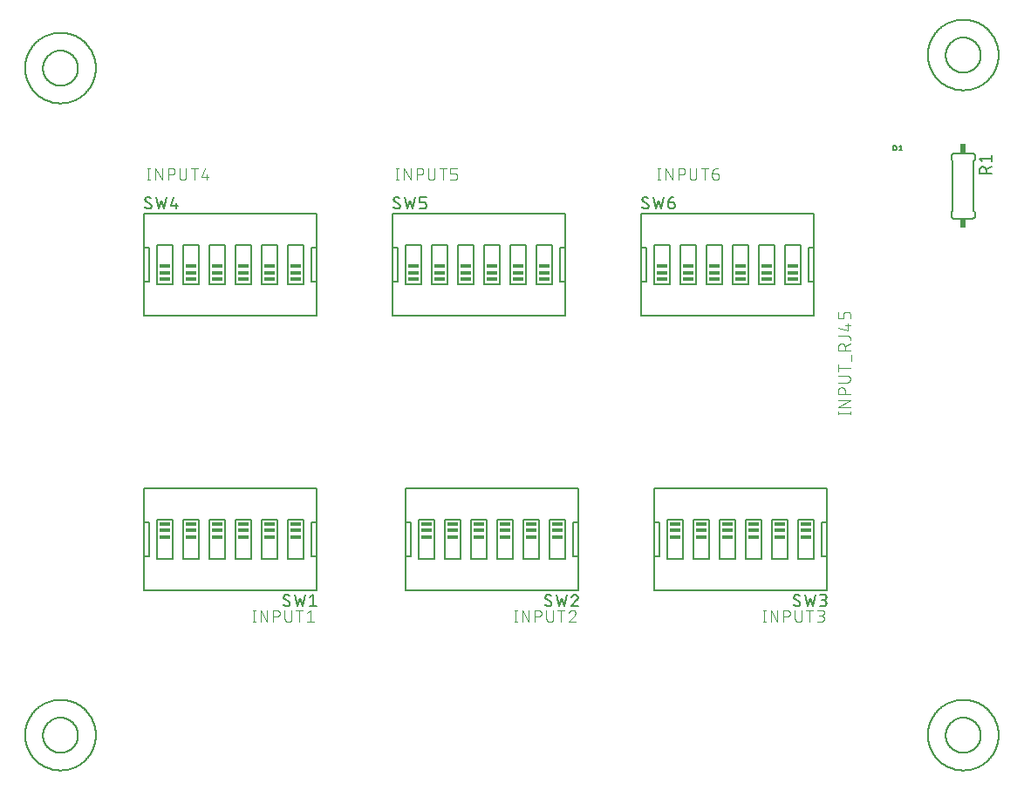
<source format=gbr>
G04 EAGLE Gerber RS-274X export*
G75*
%MOMM*%
%FSLAX34Y34*%
%LPD*%
%INSilkscreen Top*%
%IPPOS*%
%AMOC8*
5,1,8,0,0,1.08239X$1,22.5*%
G01*
%ADD10C,0.127000*%
%ADD11C,0.101600*%
%ADD12C,0.152400*%
%ADD13R,0.609600X0.863600*%
%ADD14R,1.016000X0.381000*%
%ADD15C,0.203200*%


D10*
X859425Y644144D02*
X859425Y648970D01*
X860765Y648970D01*
X860835Y648968D01*
X860905Y648963D01*
X860975Y648953D01*
X861044Y648941D01*
X861112Y648924D01*
X861179Y648904D01*
X861246Y648881D01*
X861310Y648854D01*
X861374Y648824D01*
X861436Y648790D01*
X861495Y648754D01*
X861553Y648714D01*
X861609Y648671D01*
X861662Y648626D01*
X861713Y648577D01*
X861762Y648526D01*
X861807Y648473D01*
X861850Y648417D01*
X861890Y648359D01*
X861926Y648300D01*
X861960Y648238D01*
X861990Y648174D01*
X862017Y648110D01*
X862040Y648043D01*
X862060Y647976D01*
X862077Y647908D01*
X862089Y647839D01*
X862099Y647769D01*
X862104Y647699D01*
X862106Y647629D01*
X862106Y645485D01*
X862104Y645415D01*
X862099Y645345D01*
X862089Y645275D01*
X862077Y645206D01*
X862060Y645138D01*
X862040Y645071D01*
X862017Y645004D01*
X861990Y644940D01*
X861960Y644876D01*
X861926Y644814D01*
X861890Y644755D01*
X861850Y644697D01*
X861807Y644641D01*
X861762Y644588D01*
X861713Y644537D01*
X861662Y644488D01*
X861609Y644443D01*
X861553Y644400D01*
X861495Y644360D01*
X861435Y644324D01*
X861374Y644290D01*
X861310Y644260D01*
X861246Y644233D01*
X861179Y644210D01*
X861112Y644190D01*
X861044Y644173D01*
X860975Y644161D01*
X860905Y644151D01*
X860835Y644146D01*
X860765Y644144D01*
X859425Y644144D01*
X865094Y647898D02*
X866435Y648970D01*
X866435Y644144D01*
X867775Y644144D02*
X865094Y644144D01*
D11*
X238563Y197612D02*
X238563Y185928D01*
X239861Y185928D02*
X237264Y185928D01*
X237264Y197612D02*
X239861Y197612D01*
X244842Y197612D02*
X244842Y185928D01*
X251333Y185928D02*
X244842Y197612D01*
X251333Y197612D02*
X251333Y185928D01*
X257203Y185928D02*
X257203Y197612D01*
X260449Y197612D01*
X260562Y197610D01*
X260675Y197604D01*
X260788Y197594D01*
X260901Y197580D01*
X261013Y197563D01*
X261124Y197541D01*
X261234Y197516D01*
X261344Y197486D01*
X261452Y197453D01*
X261559Y197416D01*
X261665Y197376D01*
X261769Y197331D01*
X261872Y197283D01*
X261973Y197232D01*
X262072Y197177D01*
X262169Y197119D01*
X262264Y197057D01*
X262357Y196992D01*
X262447Y196924D01*
X262535Y196853D01*
X262621Y196778D01*
X262704Y196701D01*
X262784Y196621D01*
X262861Y196538D01*
X262936Y196452D01*
X263007Y196364D01*
X263075Y196274D01*
X263140Y196181D01*
X263202Y196086D01*
X263260Y195989D01*
X263315Y195890D01*
X263366Y195789D01*
X263414Y195686D01*
X263459Y195582D01*
X263499Y195476D01*
X263536Y195369D01*
X263569Y195261D01*
X263599Y195151D01*
X263624Y195041D01*
X263646Y194930D01*
X263663Y194818D01*
X263677Y194705D01*
X263687Y194592D01*
X263693Y194479D01*
X263695Y194366D01*
X263693Y194253D01*
X263687Y194140D01*
X263677Y194027D01*
X263663Y193914D01*
X263646Y193802D01*
X263624Y193691D01*
X263599Y193581D01*
X263569Y193471D01*
X263536Y193363D01*
X263499Y193256D01*
X263459Y193150D01*
X263414Y193046D01*
X263366Y192943D01*
X263315Y192842D01*
X263260Y192743D01*
X263202Y192646D01*
X263140Y192551D01*
X263075Y192458D01*
X263007Y192368D01*
X262936Y192280D01*
X262861Y192194D01*
X262784Y192111D01*
X262704Y192031D01*
X262621Y191954D01*
X262535Y191879D01*
X262447Y191808D01*
X262357Y191740D01*
X262264Y191675D01*
X262169Y191613D01*
X262072Y191555D01*
X261973Y191500D01*
X261872Y191449D01*
X261769Y191401D01*
X261665Y191356D01*
X261559Y191316D01*
X261452Y191279D01*
X261344Y191246D01*
X261234Y191216D01*
X261124Y191191D01*
X261013Y191169D01*
X260901Y191152D01*
X260788Y191138D01*
X260675Y191128D01*
X260562Y191122D01*
X260449Y191120D01*
X260449Y191121D02*
X257203Y191121D01*
X268464Y189174D02*
X268464Y197612D01*
X268464Y189174D02*
X268466Y189061D01*
X268472Y188948D01*
X268482Y188835D01*
X268496Y188722D01*
X268513Y188610D01*
X268535Y188499D01*
X268560Y188389D01*
X268590Y188279D01*
X268623Y188171D01*
X268660Y188064D01*
X268700Y187958D01*
X268745Y187854D01*
X268793Y187751D01*
X268844Y187650D01*
X268899Y187551D01*
X268957Y187454D01*
X269019Y187359D01*
X269084Y187266D01*
X269152Y187176D01*
X269223Y187088D01*
X269298Y187002D01*
X269375Y186919D01*
X269455Y186839D01*
X269538Y186762D01*
X269624Y186687D01*
X269712Y186616D01*
X269802Y186548D01*
X269895Y186483D01*
X269990Y186421D01*
X270087Y186363D01*
X270186Y186308D01*
X270287Y186257D01*
X270390Y186209D01*
X270494Y186164D01*
X270600Y186124D01*
X270707Y186087D01*
X270815Y186054D01*
X270925Y186024D01*
X271035Y185999D01*
X271146Y185977D01*
X271258Y185960D01*
X271371Y185946D01*
X271484Y185936D01*
X271597Y185930D01*
X271710Y185928D01*
X271823Y185930D01*
X271936Y185936D01*
X272049Y185946D01*
X272162Y185960D01*
X272274Y185977D01*
X272385Y185999D01*
X272495Y186024D01*
X272605Y186054D01*
X272713Y186087D01*
X272820Y186124D01*
X272926Y186164D01*
X273030Y186209D01*
X273133Y186257D01*
X273234Y186308D01*
X273333Y186363D01*
X273430Y186421D01*
X273525Y186483D01*
X273618Y186548D01*
X273708Y186616D01*
X273796Y186687D01*
X273882Y186762D01*
X273965Y186839D01*
X274045Y186919D01*
X274122Y187002D01*
X274197Y187088D01*
X274268Y187176D01*
X274336Y187266D01*
X274401Y187359D01*
X274463Y187454D01*
X274521Y187551D01*
X274576Y187650D01*
X274627Y187751D01*
X274675Y187854D01*
X274720Y187958D01*
X274760Y188064D01*
X274797Y188171D01*
X274830Y188279D01*
X274860Y188389D01*
X274885Y188499D01*
X274907Y188610D01*
X274924Y188722D01*
X274938Y188835D01*
X274948Y188948D01*
X274954Y189061D01*
X274956Y189174D01*
X274955Y189174D02*
X274955Y197612D01*
X282758Y197612D02*
X282758Y185928D01*
X279513Y197612D02*
X286004Y197612D01*
X290181Y195016D02*
X293426Y197612D01*
X293426Y185928D01*
X290181Y185928D02*
X296672Y185928D01*
X492563Y185928D02*
X492563Y197612D01*
X491264Y185928D02*
X493861Y185928D01*
X493861Y197612D02*
X491264Y197612D01*
X498842Y197612D02*
X498842Y185928D01*
X505333Y185928D02*
X498842Y197612D01*
X505333Y197612D02*
X505333Y185928D01*
X511203Y185928D02*
X511203Y197612D01*
X514449Y197612D01*
X514562Y197610D01*
X514675Y197604D01*
X514788Y197594D01*
X514901Y197580D01*
X515013Y197563D01*
X515124Y197541D01*
X515234Y197516D01*
X515344Y197486D01*
X515452Y197453D01*
X515559Y197416D01*
X515665Y197376D01*
X515769Y197331D01*
X515872Y197283D01*
X515973Y197232D01*
X516072Y197177D01*
X516169Y197119D01*
X516264Y197057D01*
X516357Y196992D01*
X516447Y196924D01*
X516535Y196853D01*
X516621Y196778D01*
X516704Y196701D01*
X516784Y196621D01*
X516861Y196538D01*
X516936Y196452D01*
X517007Y196364D01*
X517075Y196274D01*
X517140Y196181D01*
X517202Y196086D01*
X517260Y195989D01*
X517315Y195890D01*
X517366Y195789D01*
X517414Y195686D01*
X517459Y195582D01*
X517499Y195476D01*
X517536Y195369D01*
X517569Y195261D01*
X517599Y195151D01*
X517624Y195041D01*
X517646Y194930D01*
X517663Y194818D01*
X517677Y194705D01*
X517687Y194592D01*
X517693Y194479D01*
X517695Y194366D01*
X517693Y194253D01*
X517687Y194140D01*
X517677Y194027D01*
X517663Y193914D01*
X517646Y193802D01*
X517624Y193691D01*
X517599Y193581D01*
X517569Y193471D01*
X517536Y193363D01*
X517499Y193256D01*
X517459Y193150D01*
X517414Y193046D01*
X517366Y192943D01*
X517315Y192842D01*
X517260Y192743D01*
X517202Y192646D01*
X517140Y192551D01*
X517075Y192458D01*
X517007Y192368D01*
X516936Y192280D01*
X516861Y192194D01*
X516784Y192111D01*
X516704Y192031D01*
X516621Y191954D01*
X516535Y191879D01*
X516447Y191808D01*
X516357Y191740D01*
X516264Y191675D01*
X516169Y191613D01*
X516072Y191555D01*
X515973Y191500D01*
X515872Y191449D01*
X515769Y191401D01*
X515665Y191356D01*
X515559Y191316D01*
X515452Y191279D01*
X515344Y191246D01*
X515234Y191216D01*
X515124Y191191D01*
X515013Y191169D01*
X514901Y191152D01*
X514788Y191138D01*
X514675Y191128D01*
X514562Y191122D01*
X514449Y191120D01*
X514449Y191121D02*
X511203Y191121D01*
X522464Y189174D02*
X522464Y197612D01*
X522464Y189174D02*
X522466Y189061D01*
X522472Y188948D01*
X522482Y188835D01*
X522496Y188722D01*
X522513Y188610D01*
X522535Y188499D01*
X522560Y188389D01*
X522590Y188279D01*
X522623Y188171D01*
X522660Y188064D01*
X522700Y187958D01*
X522745Y187854D01*
X522793Y187751D01*
X522844Y187650D01*
X522899Y187551D01*
X522957Y187454D01*
X523019Y187359D01*
X523084Y187266D01*
X523152Y187176D01*
X523223Y187088D01*
X523298Y187002D01*
X523375Y186919D01*
X523455Y186839D01*
X523538Y186762D01*
X523624Y186687D01*
X523712Y186616D01*
X523802Y186548D01*
X523895Y186483D01*
X523990Y186421D01*
X524087Y186363D01*
X524186Y186308D01*
X524287Y186257D01*
X524390Y186209D01*
X524494Y186164D01*
X524600Y186124D01*
X524707Y186087D01*
X524815Y186054D01*
X524925Y186024D01*
X525035Y185999D01*
X525146Y185977D01*
X525258Y185960D01*
X525371Y185946D01*
X525484Y185936D01*
X525597Y185930D01*
X525710Y185928D01*
X525823Y185930D01*
X525936Y185936D01*
X526049Y185946D01*
X526162Y185960D01*
X526274Y185977D01*
X526385Y185999D01*
X526495Y186024D01*
X526605Y186054D01*
X526713Y186087D01*
X526820Y186124D01*
X526926Y186164D01*
X527030Y186209D01*
X527133Y186257D01*
X527234Y186308D01*
X527333Y186363D01*
X527430Y186421D01*
X527525Y186483D01*
X527618Y186548D01*
X527708Y186616D01*
X527796Y186687D01*
X527882Y186762D01*
X527965Y186839D01*
X528045Y186919D01*
X528122Y187002D01*
X528197Y187088D01*
X528268Y187176D01*
X528336Y187266D01*
X528401Y187359D01*
X528463Y187454D01*
X528521Y187551D01*
X528576Y187650D01*
X528627Y187751D01*
X528675Y187854D01*
X528720Y187958D01*
X528760Y188064D01*
X528797Y188171D01*
X528830Y188279D01*
X528860Y188389D01*
X528885Y188499D01*
X528907Y188610D01*
X528924Y188722D01*
X528938Y188835D01*
X528948Y188948D01*
X528954Y189061D01*
X528956Y189174D01*
X528955Y189174D02*
X528955Y197612D01*
X536758Y197612D02*
X536758Y185928D01*
X533513Y197612D02*
X540004Y197612D01*
X547751Y197612D02*
X547858Y197610D01*
X547964Y197604D01*
X548070Y197594D01*
X548176Y197581D01*
X548282Y197563D01*
X548386Y197542D01*
X548490Y197517D01*
X548593Y197488D01*
X548694Y197456D01*
X548794Y197419D01*
X548893Y197379D01*
X548991Y197336D01*
X549087Y197289D01*
X549181Y197238D01*
X549273Y197184D01*
X549363Y197127D01*
X549451Y197067D01*
X549536Y197003D01*
X549619Y196936D01*
X549700Y196866D01*
X549778Y196794D01*
X549854Y196718D01*
X549926Y196640D01*
X549996Y196559D01*
X550063Y196476D01*
X550127Y196391D01*
X550187Y196303D01*
X550244Y196213D01*
X550298Y196121D01*
X550349Y196027D01*
X550396Y195931D01*
X550439Y195833D01*
X550479Y195734D01*
X550516Y195634D01*
X550548Y195533D01*
X550577Y195430D01*
X550602Y195326D01*
X550623Y195222D01*
X550641Y195116D01*
X550654Y195010D01*
X550664Y194904D01*
X550670Y194798D01*
X550672Y194691D01*
X547751Y197612D02*
X547630Y197610D01*
X547509Y197604D01*
X547389Y197594D01*
X547268Y197581D01*
X547149Y197563D01*
X547029Y197542D01*
X546911Y197517D01*
X546794Y197488D01*
X546677Y197455D01*
X546562Y197419D01*
X546448Y197378D01*
X546335Y197335D01*
X546223Y197287D01*
X546114Y197236D01*
X546006Y197181D01*
X545899Y197123D01*
X545795Y197062D01*
X545693Y196997D01*
X545593Y196929D01*
X545495Y196858D01*
X545399Y196784D01*
X545306Y196707D01*
X545216Y196626D01*
X545128Y196543D01*
X545043Y196457D01*
X544960Y196368D01*
X544881Y196277D01*
X544804Y196183D01*
X544731Y196087D01*
X544661Y195989D01*
X544594Y195888D01*
X544530Y195785D01*
X544470Y195680D01*
X544413Y195573D01*
X544359Y195465D01*
X544309Y195355D01*
X544263Y195243D01*
X544220Y195130D01*
X544181Y195015D01*
X549699Y192419D02*
X549778Y192496D01*
X549854Y192577D01*
X549927Y192660D01*
X549997Y192745D01*
X550064Y192833D01*
X550128Y192923D01*
X550188Y193015D01*
X550245Y193110D01*
X550299Y193206D01*
X550350Y193304D01*
X550397Y193404D01*
X550441Y193506D01*
X550481Y193609D01*
X550517Y193713D01*
X550549Y193819D01*
X550578Y193925D01*
X550603Y194033D01*
X550625Y194141D01*
X550642Y194251D01*
X550656Y194360D01*
X550665Y194470D01*
X550671Y194581D01*
X550673Y194691D01*
X549698Y192419D02*
X544181Y185928D01*
X550672Y185928D01*
X733863Y185928D02*
X733863Y197612D01*
X732564Y185928D02*
X735161Y185928D01*
X735161Y197612D02*
X732564Y197612D01*
X740142Y197612D02*
X740142Y185928D01*
X746633Y185928D02*
X740142Y197612D01*
X746633Y197612D02*
X746633Y185928D01*
X752503Y185928D02*
X752503Y197612D01*
X755749Y197612D01*
X755862Y197610D01*
X755975Y197604D01*
X756088Y197594D01*
X756201Y197580D01*
X756313Y197563D01*
X756424Y197541D01*
X756534Y197516D01*
X756644Y197486D01*
X756752Y197453D01*
X756859Y197416D01*
X756965Y197376D01*
X757069Y197331D01*
X757172Y197283D01*
X757273Y197232D01*
X757372Y197177D01*
X757469Y197119D01*
X757564Y197057D01*
X757657Y196992D01*
X757747Y196924D01*
X757835Y196853D01*
X757921Y196778D01*
X758004Y196701D01*
X758084Y196621D01*
X758161Y196538D01*
X758236Y196452D01*
X758307Y196364D01*
X758375Y196274D01*
X758440Y196181D01*
X758502Y196086D01*
X758560Y195989D01*
X758615Y195890D01*
X758666Y195789D01*
X758714Y195686D01*
X758759Y195582D01*
X758799Y195476D01*
X758836Y195369D01*
X758869Y195261D01*
X758899Y195151D01*
X758924Y195041D01*
X758946Y194930D01*
X758963Y194818D01*
X758977Y194705D01*
X758987Y194592D01*
X758993Y194479D01*
X758995Y194366D01*
X758993Y194253D01*
X758987Y194140D01*
X758977Y194027D01*
X758963Y193914D01*
X758946Y193802D01*
X758924Y193691D01*
X758899Y193581D01*
X758869Y193471D01*
X758836Y193363D01*
X758799Y193256D01*
X758759Y193150D01*
X758714Y193046D01*
X758666Y192943D01*
X758615Y192842D01*
X758560Y192743D01*
X758502Y192646D01*
X758440Y192551D01*
X758375Y192458D01*
X758307Y192368D01*
X758236Y192280D01*
X758161Y192194D01*
X758084Y192111D01*
X758004Y192031D01*
X757921Y191954D01*
X757835Y191879D01*
X757747Y191808D01*
X757657Y191740D01*
X757564Y191675D01*
X757469Y191613D01*
X757372Y191555D01*
X757273Y191500D01*
X757172Y191449D01*
X757069Y191401D01*
X756965Y191356D01*
X756859Y191316D01*
X756752Y191279D01*
X756644Y191246D01*
X756534Y191216D01*
X756424Y191191D01*
X756313Y191169D01*
X756201Y191152D01*
X756088Y191138D01*
X755975Y191128D01*
X755862Y191122D01*
X755749Y191120D01*
X755749Y191121D02*
X752503Y191121D01*
X763764Y189174D02*
X763764Y197612D01*
X763764Y189174D02*
X763766Y189061D01*
X763772Y188948D01*
X763782Y188835D01*
X763796Y188722D01*
X763813Y188610D01*
X763835Y188499D01*
X763860Y188389D01*
X763890Y188279D01*
X763923Y188171D01*
X763960Y188064D01*
X764000Y187958D01*
X764045Y187854D01*
X764093Y187751D01*
X764144Y187650D01*
X764199Y187551D01*
X764257Y187454D01*
X764319Y187359D01*
X764384Y187266D01*
X764452Y187176D01*
X764523Y187088D01*
X764598Y187002D01*
X764675Y186919D01*
X764755Y186839D01*
X764838Y186762D01*
X764924Y186687D01*
X765012Y186616D01*
X765102Y186548D01*
X765195Y186483D01*
X765290Y186421D01*
X765387Y186363D01*
X765486Y186308D01*
X765587Y186257D01*
X765690Y186209D01*
X765794Y186164D01*
X765900Y186124D01*
X766007Y186087D01*
X766115Y186054D01*
X766225Y186024D01*
X766335Y185999D01*
X766446Y185977D01*
X766558Y185960D01*
X766671Y185946D01*
X766784Y185936D01*
X766897Y185930D01*
X767010Y185928D01*
X767123Y185930D01*
X767236Y185936D01*
X767349Y185946D01*
X767462Y185960D01*
X767574Y185977D01*
X767685Y185999D01*
X767795Y186024D01*
X767905Y186054D01*
X768013Y186087D01*
X768120Y186124D01*
X768226Y186164D01*
X768330Y186209D01*
X768433Y186257D01*
X768534Y186308D01*
X768633Y186363D01*
X768730Y186421D01*
X768825Y186483D01*
X768918Y186548D01*
X769008Y186616D01*
X769096Y186687D01*
X769182Y186762D01*
X769265Y186839D01*
X769345Y186919D01*
X769422Y187002D01*
X769497Y187088D01*
X769568Y187176D01*
X769636Y187266D01*
X769701Y187359D01*
X769763Y187454D01*
X769821Y187551D01*
X769876Y187650D01*
X769927Y187751D01*
X769975Y187854D01*
X770020Y187958D01*
X770060Y188064D01*
X770097Y188171D01*
X770130Y188279D01*
X770160Y188389D01*
X770185Y188499D01*
X770207Y188610D01*
X770224Y188722D01*
X770238Y188835D01*
X770248Y188948D01*
X770254Y189061D01*
X770256Y189174D01*
X770255Y189174D02*
X770255Y197612D01*
X778058Y197612D02*
X778058Y185928D01*
X774813Y197612D02*
X781304Y197612D01*
X785481Y185928D02*
X788726Y185928D01*
X788839Y185930D01*
X788952Y185936D01*
X789065Y185946D01*
X789178Y185960D01*
X789290Y185977D01*
X789401Y185999D01*
X789511Y186024D01*
X789621Y186054D01*
X789729Y186087D01*
X789836Y186124D01*
X789942Y186164D01*
X790046Y186209D01*
X790149Y186257D01*
X790250Y186308D01*
X790349Y186363D01*
X790446Y186421D01*
X790541Y186483D01*
X790634Y186548D01*
X790724Y186616D01*
X790812Y186687D01*
X790898Y186762D01*
X790981Y186839D01*
X791061Y186919D01*
X791138Y187002D01*
X791213Y187088D01*
X791284Y187176D01*
X791352Y187266D01*
X791417Y187359D01*
X791479Y187454D01*
X791537Y187551D01*
X791592Y187650D01*
X791643Y187751D01*
X791691Y187854D01*
X791736Y187958D01*
X791776Y188064D01*
X791813Y188171D01*
X791846Y188279D01*
X791876Y188389D01*
X791901Y188499D01*
X791923Y188610D01*
X791940Y188722D01*
X791954Y188835D01*
X791964Y188948D01*
X791970Y189061D01*
X791972Y189174D01*
X791970Y189287D01*
X791964Y189400D01*
X791954Y189513D01*
X791940Y189626D01*
X791923Y189738D01*
X791901Y189849D01*
X791876Y189959D01*
X791846Y190069D01*
X791813Y190177D01*
X791776Y190284D01*
X791736Y190390D01*
X791691Y190494D01*
X791643Y190597D01*
X791592Y190698D01*
X791537Y190797D01*
X791479Y190894D01*
X791417Y190989D01*
X791352Y191082D01*
X791284Y191172D01*
X791213Y191260D01*
X791138Y191346D01*
X791061Y191429D01*
X790981Y191509D01*
X790898Y191586D01*
X790812Y191661D01*
X790724Y191732D01*
X790634Y191800D01*
X790541Y191865D01*
X790446Y191927D01*
X790349Y191985D01*
X790250Y192040D01*
X790149Y192091D01*
X790046Y192139D01*
X789942Y192184D01*
X789836Y192224D01*
X789729Y192261D01*
X789621Y192294D01*
X789511Y192324D01*
X789401Y192349D01*
X789290Y192371D01*
X789178Y192388D01*
X789065Y192402D01*
X788952Y192412D01*
X788839Y192418D01*
X788726Y192420D01*
X789376Y197612D02*
X785481Y197612D01*
X789376Y197612D02*
X789477Y197610D01*
X789577Y197604D01*
X789677Y197594D01*
X789777Y197581D01*
X789876Y197563D01*
X789975Y197542D01*
X790072Y197517D01*
X790169Y197488D01*
X790264Y197455D01*
X790358Y197419D01*
X790450Y197379D01*
X790541Y197336D01*
X790630Y197289D01*
X790717Y197239D01*
X790803Y197185D01*
X790886Y197128D01*
X790966Y197068D01*
X791045Y197005D01*
X791121Y196938D01*
X791194Y196869D01*
X791264Y196797D01*
X791332Y196723D01*
X791397Y196646D01*
X791458Y196566D01*
X791517Y196484D01*
X791572Y196400D01*
X791624Y196314D01*
X791673Y196226D01*
X791718Y196136D01*
X791760Y196044D01*
X791798Y195951D01*
X791832Y195856D01*
X791863Y195761D01*
X791890Y195664D01*
X791913Y195566D01*
X791933Y195467D01*
X791948Y195367D01*
X791960Y195267D01*
X791968Y195167D01*
X791972Y195066D01*
X791972Y194966D01*
X791968Y194865D01*
X791960Y194765D01*
X791948Y194665D01*
X791933Y194565D01*
X791913Y194466D01*
X791890Y194368D01*
X791863Y194271D01*
X791832Y194176D01*
X791798Y194081D01*
X791760Y193988D01*
X791718Y193896D01*
X791673Y193806D01*
X791624Y193718D01*
X791572Y193632D01*
X791517Y193548D01*
X791458Y193466D01*
X791397Y193386D01*
X791332Y193309D01*
X791264Y193235D01*
X791194Y193163D01*
X791121Y193094D01*
X791045Y193027D01*
X790966Y192964D01*
X790886Y192904D01*
X790803Y192847D01*
X790717Y192793D01*
X790630Y192743D01*
X790541Y192696D01*
X790450Y192653D01*
X790358Y192613D01*
X790264Y192577D01*
X790169Y192544D01*
X790072Y192515D01*
X789975Y192490D01*
X789876Y192469D01*
X789777Y192451D01*
X789677Y192438D01*
X789577Y192428D01*
X789477Y192422D01*
X789376Y192420D01*
X789376Y192419D02*
X786779Y192419D01*
X136426Y615188D02*
X136426Y626872D01*
X135128Y615188D02*
X137724Y615188D01*
X137724Y626872D02*
X135128Y626872D01*
X142706Y626872D02*
X142706Y615188D01*
X149197Y615188D02*
X142706Y626872D01*
X149197Y626872D02*
X149197Y615188D01*
X155067Y615188D02*
X155067Y626872D01*
X158313Y626872D01*
X158426Y626870D01*
X158539Y626864D01*
X158652Y626854D01*
X158765Y626840D01*
X158877Y626823D01*
X158988Y626801D01*
X159098Y626776D01*
X159208Y626746D01*
X159316Y626713D01*
X159423Y626676D01*
X159529Y626636D01*
X159633Y626591D01*
X159736Y626543D01*
X159837Y626492D01*
X159936Y626437D01*
X160033Y626379D01*
X160128Y626317D01*
X160221Y626252D01*
X160311Y626184D01*
X160399Y626113D01*
X160485Y626038D01*
X160568Y625961D01*
X160648Y625881D01*
X160725Y625798D01*
X160800Y625712D01*
X160871Y625624D01*
X160939Y625534D01*
X161004Y625441D01*
X161066Y625346D01*
X161124Y625249D01*
X161179Y625150D01*
X161230Y625049D01*
X161278Y624946D01*
X161323Y624842D01*
X161363Y624736D01*
X161400Y624629D01*
X161433Y624521D01*
X161463Y624411D01*
X161488Y624301D01*
X161510Y624190D01*
X161527Y624078D01*
X161541Y623965D01*
X161551Y623852D01*
X161557Y623739D01*
X161559Y623626D01*
X161557Y623513D01*
X161551Y623400D01*
X161541Y623287D01*
X161527Y623174D01*
X161510Y623062D01*
X161488Y622951D01*
X161463Y622841D01*
X161433Y622731D01*
X161400Y622623D01*
X161363Y622516D01*
X161323Y622410D01*
X161278Y622306D01*
X161230Y622203D01*
X161179Y622102D01*
X161124Y622003D01*
X161066Y621906D01*
X161004Y621811D01*
X160939Y621718D01*
X160871Y621628D01*
X160800Y621540D01*
X160725Y621454D01*
X160648Y621371D01*
X160568Y621291D01*
X160485Y621214D01*
X160399Y621139D01*
X160311Y621068D01*
X160221Y621000D01*
X160128Y620935D01*
X160033Y620873D01*
X159936Y620815D01*
X159837Y620760D01*
X159736Y620709D01*
X159633Y620661D01*
X159529Y620616D01*
X159423Y620576D01*
X159316Y620539D01*
X159208Y620506D01*
X159098Y620476D01*
X158988Y620451D01*
X158877Y620429D01*
X158765Y620412D01*
X158652Y620398D01*
X158539Y620388D01*
X158426Y620382D01*
X158313Y620380D01*
X158313Y620381D02*
X155067Y620381D01*
X166328Y618434D02*
X166328Y626872D01*
X166327Y618434D02*
X166329Y618321D01*
X166335Y618208D01*
X166345Y618095D01*
X166359Y617982D01*
X166376Y617870D01*
X166398Y617759D01*
X166423Y617649D01*
X166453Y617539D01*
X166486Y617431D01*
X166523Y617324D01*
X166563Y617218D01*
X166608Y617114D01*
X166656Y617011D01*
X166707Y616910D01*
X166762Y616811D01*
X166820Y616714D01*
X166882Y616619D01*
X166947Y616526D01*
X167015Y616436D01*
X167086Y616348D01*
X167161Y616262D01*
X167238Y616179D01*
X167318Y616099D01*
X167401Y616022D01*
X167487Y615947D01*
X167575Y615876D01*
X167665Y615808D01*
X167758Y615743D01*
X167853Y615681D01*
X167950Y615623D01*
X168049Y615568D01*
X168150Y615517D01*
X168253Y615469D01*
X168357Y615424D01*
X168463Y615384D01*
X168570Y615347D01*
X168678Y615314D01*
X168788Y615284D01*
X168898Y615259D01*
X169009Y615237D01*
X169121Y615220D01*
X169234Y615206D01*
X169347Y615196D01*
X169460Y615190D01*
X169573Y615188D01*
X169686Y615190D01*
X169799Y615196D01*
X169912Y615206D01*
X170025Y615220D01*
X170137Y615237D01*
X170248Y615259D01*
X170358Y615284D01*
X170468Y615314D01*
X170576Y615347D01*
X170683Y615384D01*
X170789Y615424D01*
X170893Y615469D01*
X170996Y615517D01*
X171097Y615568D01*
X171196Y615623D01*
X171293Y615681D01*
X171388Y615743D01*
X171481Y615808D01*
X171571Y615876D01*
X171659Y615947D01*
X171745Y616022D01*
X171828Y616099D01*
X171908Y616179D01*
X171985Y616262D01*
X172060Y616348D01*
X172131Y616436D01*
X172199Y616526D01*
X172264Y616619D01*
X172326Y616714D01*
X172384Y616811D01*
X172439Y616910D01*
X172490Y617011D01*
X172538Y617114D01*
X172583Y617218D01*
X172623Y617324D01*
X172660Y617431D01*
X172693Y617539D01*
X172723Y617649D01*
X172748Y617759D01*
X172770Y617870D01*
X172787Y617982D01*
X172801Y618095D01*
X172811Y618208D01*
X172817Y618321D01*
X172819Y618434D01*
X172819Y626872D01*
X180622Y626872D02*
X180622Y615188D01*
X177377Y626872D02*
X183868Y626872D01*
X190641Y626872D02*
X188045Y617784D01*
X194536Y617784D01*
X192588Y615188D02*
X192588Y620381D01*
X377726Y615188D02*
X377726Y626872D01*
X376428Y615188D02*
X379024Y615188D01*
X379024Y626872D02*
X376428Y626872D01*
X384006Y626872D02*
X384006Y615188D01*
X390497Y615188D02*
X384006Y626872D01*
X390497Y626872D02*
X390497Y615188D01*
X396367Y615188D02*
X396367Y626872D01*
X399613Y626872D01*
X399726Y626870D01*
X399839Y626864D01*
X399952Y626854D01*
X400065Y626840D01*
X400177Y626823D01*
X400288Y626801D01*
X400398Y626776D01*
X400508Y626746D01*
X400616Y626713D01*
X400723Y626676D01*
X400829Y626636D01*
X400933Y626591D01*
X401036Y626543D01*
X401137Y626492D01*
X401236Y626437D01*
X401333Y626379D01*
X401428Y626317D01*
X401521Y626252D01*
X401611Y626184D01*
X401699Y626113D01*
X401785Y626038D01*
X401868Y625961D01*
X401948Y625881D01*
X402025Y625798D01*
X402100Y625712D01*
X402171Y625624D01*
X402239Y625534D01*
X402304Y625441D01*
X402366Y625346D01*
X402424Y625249D01*
X402479Y625150D01*
X402530Y625049D01*
X402578Y624946D01*
X402623Y624842D01*
X402663Y624736D01*
X402700Y624629D01*
X402733Y624521D01*
X402763Y624411D01*
X402788Y624301D01*
X402810Y624190D01*
X402827Y624078D01*
X402841Y623965D01*
X402851Y623852D01*
X402857Y623739D01*
X402859Y623626D01*
X402857Y623513D01*
X402851Y623400D01*
X402841Y623287D01*
X402827Y623174D01*
X402810Y623062D01*
X402788Y622951D01*
X402763Y622841D01*
X402733Y622731D01*
X402700Y622623D01*
X402663Y622516D01*
X402623Y622410D01*
X402578Y622306D01*
X402530Y622203D01*
X402479Y622102D01*
X402424Y622003D01*
X402366Y621906D01*
X402304Y621811D01*
X402239Y621718D01*
X402171Y621628D01*
X402100Y621540D01*
X402025Y621454D01*
X401948Y621371D01*
X401868Y621291D01*
X401785Y621214D01*
X401699Y621139D01*
X401611Y621068D01*
X401521Y621000D01*
X401428Y620935D01*
X401333Y620873D01*
X401236Y620815D01*
X401137Y620760D01*
X401036Y620709D01*
X400933Y620661D01*
X400829Y620616D01*
X400723Y620576D01*
X400616Y620539D01*
X400508Y620506D01*
X400398Y620476D01*
X400288Y620451D01*
X400177Y620429D01*
X400065Y620412D01*
X399952Y620398D01*
X399839Y620388D01*
X399726Y620382D01*
X399613Y620380D01*
X399613Y620381D02*
X396367Y620381D01*
X407628Y618434D02*
X407628Y626872D01*
X407627Y618434D02*
X407629Y618321D01*
X407635Y618208D01*
X407645Y618095D01*
X407659Y617982D01*
X407676Y617870D01*
X407698Y617759D01*
X407723Y617649D01*
X407753Y617539D01*
X407786Y617431D01*
X407823Y617324D01*
X407863Y617218D01*
X407908Y617114D01*
X407956Y617011D01*
X408007Y616910D01*
X408062Y616811D01*
X408120Y616714D01*
X408182Y616619D01*
X408247Y616526D01*
X408315Y616436D01*
X408386Y616348D01*
X408461Y616262D01*
X408538Y616179D01*
X408618Y616099D01*
X408701Y616022D01*
X408787Y615947D01*
X408875Y615876D01*
X408965Y615808D01*
X409058Y615743D01*
X409153Y615681D01*
X409250Y615623D01*
X409349Y615568D01*
X409450Y615517D01*
X409553Y615469D01*
X409657Y615424D01*
X409763Y615384D01*
X409870Y615347D01*
X409978Y615314D01*
X410088Y615284D01*
X410198Y615259D01*
X410309Y615237D01*
X410421Y615220D01*
X410534Y615206D01*
X410647Y615196D01*
X410760Y615190D01*
X410873Y615188D01*
X410986Y615190D01*
X411099Y615196D01*
X411212Y615206D01*
X411325Y615220D01*
X411437Y615237D01*
X411548Y615259D01*
X411658Y615284D01*
X411768Y615314D01*
X411876Y615347D01*
X411983Y615384D01*
X412089Y615424D01*
X412193Y615469D01*
X412296Y615517D01*
X412397Y615568D01*
X412496Y615623D01*
X412593Y615681D01*
X412688Y615743D01*
X412781Y615808D01*
X412871Y615876D01*
X412959Y615947D01*
X413045Y616022D01*
X413128Y616099D01*
X413208Y616179D01*
X413285Y616262D01*
X413360Y616348D01*
X413431Y616436D01*
X413499Y616526D01*
X413564Y616619D01*
X413626Y616714D01*
X413684Y616811D01*
X413739Y616910D01*
X413790Y617011D01*
X413838Y617114D01*
X413883Y617218D01*
X413923Y617324D01*
X413960Y617431D01*
X413993Y617539D01*
X414023Y617649D01*
X414048Y617759D01*
X414070Y617870D01*
X414087Y617982D01*
X414101Y618095D01*
X414111Y618208D01*
X414117Y618321D01*
X414119Y618434D01*
X414119Y626872D01*
X421922Y626872D02*
X421922Y615188D01*
X418677Y626872D02*
X425168Y626872D01*
X429345Y615188D02*
X433239Y615188D01*
X433338Y615190D01*
X433438Y615196D01*
X433537Y615205D01*
X433635Y615218D01*
X433733Y615235D01*
X433831Y615256D01*
X433927Y615281D01*
X434022Y615309D01*
X434116Y615341D01*
X434209Y615376D01*
X434301Y615415D01*
X434391Y615458D01*
X434479Y615503D01*
X434566Y615553D01*
X434650Y615605D01*
X434733Y615661D01*
X434813Y615719D01*
X434891Y615781D01*
X434966Y615846D01*
X435039Y615914D01*
X435109Y615984D01*
X435177Y616057D01*
X435242Y616132D01*
X435304Y616210D01*
X435362Y616290D01*
X435418Y616373D01*
X435470Y616457D01*
X435520Y616544D01*
X435565Y616632D01*
X435608Y616722D01*
X435647Y616814D01*
X435682Y616907D01*
X435714Y617001D01*
X435742Y617096D01*
X435767Y617192D01*
X435788Y617290D01*
X435805Y617388D01*
X435818Y617486D01*
X435827Y617585D01*
X435833Y617685D01*
X435835Y617784D01*
X435836Y617784D02*
X435836Y619083D01*
X435835Y619083D02*
X435833Y619182D01*
X435827Y619282D01*
X435818Y619381D01*
X435805Y619479D01*
X435788Y619577D01*
X435767Y619675D01*
X435742Y619771D01*
X435714Y619866D01*
X435682Y619960D01*
X435647Y620053D01*
X435608Y620145D01*
X435565Y620235D01*
X435520Y620323D01*
X435470Y620410D01*
X435418Y620494D01*
X435362Y620577D01*
X435304Y620657D01*
X435242Y620735D01*
X435177Y620810D01*
X435109Y620883D01*
X435039Y620953D01*
X434966Y621021D01*
X434891Y621086D01*
X434813Y621148D01*
X434733Y621206D01*
X434650Y621262D01*
X434566Y621314D01*
X434479Y621364D01*
X434391Y621409D01*
X434301Y621452D01*
X434209Y621491D01*
X434116Y621526D01*
X434022Y621558D01*
X433927Y621586D01*
X433831Y621611D01*
X433733Y621632D01*
X433635Y621649D01*
X433537Y621662D01*
X433438Y621671D01*
X433338Y621677D01*
X433239Y621679D01*
X429345Y621679D01*
X429345Y626872D01*
X435836Y626872D01*
X631726Y626872D02*
X631726Y615188D01*
X630428Y615188D02*
X633024Y615188D01*
X633024Y626872D02*
X630428Y626872D01*
X638006Y626872D02*
X638006Y615188D01*
X644497Y615188D02*
X638006Y626872D01*
X644497Y626872D02*
X644497Y615188D01*
X650367Y615188D02*
X650367Y626872D01*
X653613Y626872D01*
X653726Y626870D01*
X653839Y626864D01*
X653952Y626854D01*
X654065Y626840D01*
X654177Y626823D01*
X654288Y626801D01*
X654398Y626776D01*
X654508Y626746D01*
X654616Y626713D01*
X654723Y626676D01*
X654829Y626636D01*
X654933Y626591D01*
X655036Y626543D01*
X655137Y626492D01*
X655236Y626437D01*
X655333Y626379D01*
X655428Y626317D01*
X655521Y626252D01*
X655611Y626184D01*
X655699Y626113D01*
X655785Y626038D01*
X655868Y625961D01*
X655948Y625881D01*
X656025Y625798D01*
X656100Y625712D01*
X656171Y625624D01*
X656239Y625534D01*
X656304Y625441D01*
X656366Y625346D01*
X656424Y625249D01*
X656479Y625150D01*
X656530Y625049D01*
X656578Y624946D01*
X656623Y624842D01*
X656663Y624736D01*
X656700Y624629D01*
X656733Y624521D01*
X656763Y624411D01*
X656788Y624301D01*
X656810Y624190D01*
X656827Y624078D01*
X656841Y623965D01*
X656851Y623852D01*
X656857Y623739D01*
X656859Y623626D01*
X656857Y623513D01*
X656851Y623400D01*
X656841Y623287D01*
X656827Y623174D01*
X656810Y623062D01*
X656788Y622951D01*
X656763Y622841D01*
X656733Y622731D01*
X656700Y622623D01*
X656663Y622516D01*
X656623Y622410D01*
X656578Y622306D01*
X656530Y622203D01*
X656479Y622102D01*
X656424Y622003D01*
X656366Y621906D01*
X656304Y621811D01*
X656239Y621718D01*
X656171Y621628D01*
X656100Y621540D01*
X656025Y621454D01*
X655948Y621371D01*
X655868Y621291D01*
X655785Y621214D01*
X655699Y621139D01*
X655611Y621068D01*
X655521Y621000D01*
X655428Y620935D01*
X655333Y620873D01*
X655236Y620815D01*
X655137Y620760D01*
X655036Y620709D01*
X654933Y620661D01*
X654829Y620616D01*
X654723Y620576D01*
X654616Y620539D01*
X654508Y620506D01*
X654398Y620476D01*
X654288Y620451D01*
X654177Y620429D01*
X654065Y620412D01*
X653952Y620398D01*
X653839Y620388D01*
X653726Y620382D01*
X653613Y620380D01*
X653613Y620381D02*
X650367Y620381D01*
X661628Y618434D02*
X661628Y626872D01*
X661627Y618434D02*
X661629Y618321D01*
X661635Y618208D01*
X661645Y618095D01*
X661659Y617982D01*
X661676Y617870D01*
X661698Y617759D01*
X661723Y617649D01*
X661753Y617539D01*
X661786Y617431D01*
X661823Y617324D01*
X661863Y617218D01*
X661908Y617114D01*
X661956Y617011D01*
X662007Y616910D01*
X662062Y616811D01*
X662120Y616714D01*
X662182Y616619D01*
X662247Y616526D01*
X662315Y616436D01*
X662386Y616348D01*
X662461Y616262D01*
X662538Y616179D01*
X662618Y616099D01*
X662701Y616022D01*
X662787Y615947D01*
X662875Y615876D01*
X662965Y615808D01*
X663058Y615743D01*
X663153Y615681D01*
X663250Y615623D01*
X663349Y615568D01*
X663450Y615517D01*
X663553Y615469D01*
X663657Y615424D01*
X663763Y615384D01*
X663870Y615347D01*
X663978Y615314D01*
X664088Y615284D01*
X664198Y615259D01*
X664309Y615237D01*
X664421Y615220D01*
X664534Y615206D01*
X664647Y615196D01*
X664760Y615190D01*
X664873Y615188D01*
X664986Y615190D01*
X665099Y615196D01*
X665212Y615206D01*
X665325Y615220D01*
X665437Y615237D01*
X665548Y615259D01*
X665658Y615284D01*
X665768Y615314D01*
X665876Y615347D01*
X665983Y615384D01*
X666089Y615424D01*
X666193Y615469D01*
X666296Y615517D01*
X666397Y615568D01*
X666496Y615623D01*
X666593Y615681D01*
X666688Y615743D01*
X666781Y615808D01*
X666871Y615876D01*
X666959Y615947D01*
X667045Y616022D01*
X667128Y616099D01*
X667208Y616179D01*
X667285Y616262D01*
X667360Y616348D01*
X667431Y616436D01*
X667499Y616526D01*
X667564Y616619D01*
X667626Y616714D01*
X667684Y616811D01*
X667739Y616910D01*
X667790Y617011D01*
X667838Y617114D01*
X667883Y617218D01*
X667923Y617324D01*
X667960Y617431D01*
X667993Y617539D01*
X668023Y617649D01*
X668048Y617759D01*
X668070Y617870D01*
X668087Y617982D01*
X668101Y618095D01*
X668111Y618208D01*
X668117Y618321D01*
X668119Y618434D01*
X668119Y626872D01*
X675922Y626872D02*
X675922Y615188D01*
X672677Y626872D02*
X679168Y626872D01*
X683345Y621679D02*
X687239Y621679D01*
X687338Y621677D01*
X687438Y621671D01*
X687537Y621662D01*
X687635Y621649D01*
X687733Y621632D01*
X687831Y621611D01*
X687927Y621586D01*
X688022Y621558D01*
X688116Y621526D01*
X688209Y621491D01*
X688301Y621452D01*
X688391Y621409D01*
X688479Y621364D01*
X688566Y621314D01*
X688650Y621262D01*
X688733Y621206D01*
X688813Y621148D01*
X688891Y621086D01*
X688966Y621021D01*
X689039Y620953D01*
X689109Y620883D01*
X689177Y620810D01*
X689242Y620735D01*
X689304Y620657D01*
X689362Y620577D01*
X689418Y620494D01*
X689470Y620410D01*
X689520Y620323D01*
X689565Y620235D01*
X689608Y620145D01*
X689647Y620053D01*
X689682Y619960D01*
X689714Y619866D01*
X689742Y619771D01*
X689767Y619675D01*
X689788Y619577D01*
X689805Y619479D01*
X689818Y619381D01*
X689827Y619282D01*
X689833Y619182D01*
X689835Y619083D01*
X689836Y619083D02*
X689836Y618434D01*
X689834Y618321D01*
X689828Y618208D01*
X689818Y618095D01*
X689804Y617982D01*
X689787Y617870D01*
X689765Y617759D01*
X689740Y617649D01*
X689710Y617539D01*
X689677Y617431D01*
X689640Y617324D01*
X689600Y617218D01*
X689555Y617114D01*
X689507Y617011D01*
X689456Y616910D01*
X689401Y616811D01*
X689343Y616714D01*
X689281Y616619D01*
X689216Y616526D01*
X689148Y616436D01*
X689077Y616348D01*
X689002Y616262D01*
X688925Y616179D01*
X688845Y616099D01*
X688762Y616022D01*
X688676Y615947D01*
X688588Y615876D01*
X688498Y615808D01*
X688405Y615743D01*
X688310Y615681D01*
X688213Y615623D01*
X688114Y615568D01*
X688013Y615517D01*
X687910Y615469D01*
X687806Y615424D01*
X687700Y615384D01*
X687593Y615347D01*
X687485Y615314D01*
X687375Y615284D01*
X687265Y615259D01*
X687154Y615237D01*
X687042Y615220D01*
X686929Y615206D01*
X686816Y615196D01*
X686703Y615190D01*
X686590Y615188D01*
X686477Y615190D01*
X686364Y615196D01*
X686251Y615206D01*
X686138Y615220D01*
X686026Y615237D01*
X685915Y615259D01*
X685805Y615284D01*
X685695Y615314D01*
X685587Y615347D01*
X685480Y615384D01*
X685374Y615424D01*
X685270Y615469D01*
X685167Y615517D01*
X685066Y615568D01*
X684967Y615623D01*
X684870Y615681D01*
X684775Y615743D01*
X684682Y615808D01*
X684592Y615876D01*
X684504Y615947D01*
X684418Y616022D01*
X684335Y616099D01*
X684255Y616179D01*
X684178Y616262D01*
X684103Y616348D01*
X684032Y616436D01*
X683964Y616526D01*
X683899Y616619D01*
X683837Y616714D01*
X683779Y616811D01*
X683724Y616910D01*
X683673Y617011D01*
X683625Y617114D01*
X683580Y617218D01*
X683540Y617324D01*
X683503Y617431D01*
X683470Y617539D01*
X683440Y617649D01*
X683415Y617759D01*
X683393Y617870D01*
X683376Y617982D01*
X683362Y618095D01*
X683352Y618208D01*
X683346Y618321D01*
X683344Y618434D01*
X683345Y618434D02*
X683345Y621679D01*
X683344Y621679D02*
X683346Y621822D01*
X683352Y621965D01*
X683362Y622108D01*
X683376Y622250D01*
X683393Y622392D01*
X683415Y622534D01*
X683440Y622675D01*
X683470Y622815D01*
X683503Y622954D01*
X683540Y623092D01*
X683581Y623229D01*
X683625Y623365D01*
X683674Y623500D01*
X683726Y623633D01*
X683781Y623765D01*
X683841Y623895D01*
X683904Y624024D01*
X683970Y624151D01*
X684040Y624275D01*
X684113Y624398D01*
X684190Y624519D01*
X684270Y624638D01*
X684353Y624754D01*
X684439Y624869D01*
X684528Y624980D01*
X684621Y625090D01*
X684716Y625196D01*
X684815Y625300D01*
X684916Y625401D01*
X685020Y625500D01*
X685126Y625595D01*
X685236Y625688D01*
X685347Y625777D01*
X685462Y625863D01*
X685578Y625946D01*
X685697Y626026D01*
X685818Y626103D01*
X685940Y626176D01*
X686065Y626246D01*
X686192Y626312D01*
X686321Y626375D01*
X686451Y626435D01*
X686583Y626490D01*
X686716Y626542D01*
X686851Y626591D01*
X686987Y626635D01*
X687124Y626676D01*
X687262Y626713D01*
X687401Y626746D01*
X687541Y626776D01*
X687682Y626801D01*
X687824Y626823D01*
X687966Y626840D01*
X688108Y626854D01*
X688251Y626864D01*
X688394Y626870D01*
X688537Y626872D01*
X805688Y388677D02*
X817372Y388677D01*
X817372Y389975D02*
X817372Y387378D01*
X805688Y387378D02*
X805688Y389975D01*
X805688Y394956D02*
X817372Y394956D01*
X817372Y401447D02*
X805688Y394956D01*
X805688Y401447D02*
X817372Y401447D01*
X817372Y407317D02*
X805688Y407317D01*
X805688Y410563D01*
X805690Y410676D01*
X805696Y410789D01*
X805706Y410902D01*
X805720Y411015D01*
X805737Y411127D01*
X805759Y411238D01*
X805784Y411348D01*
X805814Y411458D01*
X805847Y411566D01*
X805884Y411673D01*
X805924Y411779D01*
X805969Y411883D01*
X806017Y411986D01*
X806068Y412087D01*
X806123Y412186D01*
X806181Y412283D01*
X806243Y412378D01*
X806308Y412471D01*
X806376Y412561D01*
X806447Y412649D01*
X806522Y412735D01*
X806599Y412818D01*
X806679Y412898D01*
X806762Y412975D01*
X806848Y413050D01*
X806936Y413121D01*
X807026Y413189D01*
X807119Y413254D01*
X807214Y413316D01*
X807311Y413374D01*
X807410Y413429D01*
X807511Y413480D01*
X807614Y413528D01*
X807718Y413573D01*
X807824Y413613D01*
X807931Y413650D01*
X808039Y413683D01*
X808149Y413713D01*
X808259Y413738D01*
X808370Y413760D01*
X808482Y413777D01*
X808595Y413791D01*
X808708Y413801D01*
X808821Y413807D01*
X808934Y413809D01*
X809047Y413807D01*
X809160Y413801D01*
X809273Y413791D01*
X809386Y413777D01*
X809498Y413760D01*
X809609Y413738D01*
X809719Y413713D01*
X809829Y413683D01*
X809937Y413650D01*
X810044Y413613D01*
X810150Y413573D01*
X810254Y413528D01*
X810357Y413480D01*
X810458Y413429D01*
X810557Y413374D01*
X810654Y413316D01*
X810749Y413254D01*
X810842Y413189D01*
X810932Y413121D01*
X811020Y413050D01*
X811106Y412975D01*
X811189Y412898D01*
X811269Y412818D01*
X811346Y412735D01*
X811421Y412649D01*
X811492Y412561D01*
X811560Y412471D01*
X811625Y412378D01*
X811687Y412283D01*
X811745Y412186D01*
X811800Y412087D01*
X811851Y411986D01*
X811899Y411883D01*
X811944Y411779D01*
X811984Y411673D01*
X812021Y411566D01*
X812054Y411458D01*
X812084Y411348D01*
X812109Y411238D01*
X812131Y411127D01*
X812148Y411015D01*
X812162Y410902D01*
X812172Y410789D01*
X812178Y410676D01*
X812180Y410563D01*
X812179Y410563D02*
X812179Y407317D01*
X814126Y418578D02*
X805688Y418578D01*
X814126Y418578D02*
X814239Y418580D01*
X814352Y418586D01*
X814465Y418596D01*
X814578Y418610D01*
X814690Y418627D01*
X814801Y418649D01*
X814911Y418674D01*
X815021Y418704D01*
X815129Y418737D01*
X815236Y418774D01*
X815342Y418814D01*
X815446Y418859D01*
X815549Y418907D01*
X815650Y418958D01*
X815749Y419013D01*
X815846Y419071D01*
X815941Y419133D01*
X816034Y419198D01*
X816124Y419266D01*
X816212Y419337D01*
X816298Y419412D01*
X816381Y419489D01*
X816461Y419569D01*
X816538Y419652D01*
X816613Y419738D01*
X816684Y419826D01*
X816752Y419916D01*
X816817Y420009D01*
X816879Y420104D01*
X816937Y420201D01*
X816992Y420300D01*
X817043Y420401D01*
X817091Y420504D01*
X817136Y420608D01*
X817176Y420714D01*
X817213Y420821D01*
X817246Y420929D01*
X817276Y421039D01*
X817301Y421149D01*
X817323Y421260D01*
X817340Y421372D01*
X817354Y421485D01*
X817364Y421598D01*
X817370Y421711D01*
X817372Y421824D01*
X817370Y421937D01*
X817364Y422050D01*
X817354Y422163D01*
X817340Y422276D01*
X817323Y422388D01*
X817301Y422499D01*
X817276Y422609D01*
X817246Y422719D01*
X817213Y422827D01*
X817176Y422934D01*
X817136Y423040D01*
X817091Y423144D01*
X817043Y423247D01*
X816992Y423348D01*
X816937Y423447D01*
X816879Y423544D01*
X816817Y423639D01*
X816752Y423732D01*
X816684Y423822D01*
X816613Y423910D01*
X816538Y423996D01*
X816461Y424079D01*
X816381Y424159D01*
X816298Y424236D01*
X816212Y424311D01*
X816124Y424382D01*
X816034Y424450D01*
X815941Y424515D01*
X815846Y424577D01*
X815749Y424635D01*
X815650Y424690D01*
X815549Y424741D01*
X815446Y424789D01*
X815342Y424834D01*
X815236Y424874D01*
X815129Y424911D01*
X815021Y424944D01*
X814911Y424974D01*
X814801Y424999D01*
X814690Y425021D01*
X814578Y425038D01*
X814465Y425052D01*
X814352Y425062D01*
X814239Y425068D01*
X814126Y425070D01*
X814126Y425069D02*
X805688Y425069D01*
X805688Y432873D02*
X817372Y432873D01*
X805688Y429627D02*
X805688Y436118D01*
X818670Y439801D02*
X818670Y444994D01*
X817372Y449894D02*
X805688Y449894D01*
X805688Y453139D01*
X805690Y453252D01*
X805696Y453365D01*
X805706Y453478D01*
X805720Y453591D01*
X805737Y453703D01*
X805759Y453814D01*
X805784Y453924D01*
X805814Y454034D01*
X805847Y454142D01*
X805884Y454249D01*
X805924Y454355D01*
X805969Y454459D01*
X806017Y454562D01*
X806068Y454663D01*
X806123Y454762D01*
X806181Y454859D01*
X806243Y454954D01*
X806308Y455047D01*
X806376Y455137D01*
X806447Y455225D01*
X806522Y455311D01*
X806599Y455394D01*
X806679Y455474D01*
X806762Y455551D01*
X806848Y455626D01*
X806936Y455697D01*
X807026Y455765D01*
X807119Y455830D01*
X807214Y455892D01*
X807311Y455950D01*
X807410Y456005D01*
X807511Y456056D01*
X807614Y456104D01*
X807718Y456149D01*
X807824Y456189D01*
X807931Y456226D01*
X808039Y456259D01*
X808149Y456289D01*
X808259Y456314D01*
X808370Y456336D01*
X808482Y456353D01*
X808595Y456367D01*
X808708Y456377D01*
X808821Y456383D01*
X808934Y456385D01*
X809047Y456383D01*
X809160Y456377D01*
X809273Y456367D01*
X809386Y456353D01*
X809498Y456336D01*
X809609Y456314D01*
X809719Y456289D01*
X809829Y456259D01*
X809937Y456226D01*
X810044Y456189D01*
X810150Y456149D01*
X810254Y456104D01*
X810357Y456056D01*
X810458Y456005D01*
X810557Y455950D01*
X810654Y455892D01*
X810749Y455830D01*
X810842Y455765D01*
X810932Y455697D01*
X811020Y455626D01*
X811106Y455551D01*
X811189Y455474D01*
X811269Y455394D01*
X811346Y455311D01*
X811421Y455225D01*
X811492Y455137D01*
X811560Y455047D01*
X811625Y454954D01*
X811687Y454859D01*
X811745Y454762D01*
X811800Y454663D01*
X811851Y454562D01*
X811899Y454459D01*
X811944Y454355D01*
X811984Y454249D01*
X812021Y454142D01*
X812054Y454034D01*
X812084Y453924D01*
X812109Y453814D01*
X812131Y453703D01*
X812148Y453591D01*
X812162Y453478D01*
X812172Y453365D01*
X812178Y453252D01*
X812180Y453139D01*
X812179Y453139D02*
X812179Y449894D01*
X812179Y453788D02*
X817372Y456385D01*
X814776Y463978D02*
X805688Y463978D01*
X814776Y463977D02*
X814875Y463975D01*
X814975Y463969D01*
X815074Y463960D01*
X815172Y463947D01*
X815270Y463930D01*
X815368Y463909D01*
X815464Y463884D01*
X815559Y463856D01*
X815653Y463824D01*
X815746Y463789D01*
X815838Y463750D01*
X815928Y463707D01*
X816016Y463662D01*
X816103Y463612D01*
X816187Y463560D01*
X816270Y463504D01*
X816350Y463446D01*
X816428Y463384D01*
X816503Y463319D01*
X816576Y463251D01*
X816646Y463181D01*
X816714Y463108D01*
X816779Y463033D01*
X816841Y462955D01*
X816899Y462875D01*
X816955Y462792D01*
X817007Y462708D01*
X817057Y462621D01*
X817102Y462533D01*
X817145Y462443D01*
X817184Y462351D01*
X817219Y462258D01*
X817251Y462164D01*
X817279Y462069D01*
X817304Y461973D01*
X817325Y461875D01*
X817342Y461777D01*
X817355Y461679D01*
X817364Y461580D01*
X817370Y461480D01*
X817372Y461381D01*
X817372Y460083D01*
X814776Y469251D02*
X805688Y471847D01*
X814776Y469251D02*
X814776Y475742D01*
X812179Y473795D02*
X817372Y473795D01*
X817372Y480681D02*
X817372Y484576D01*
X817370Y484675D01*
X817364Y484775D01*
X817355Y484874D01*
X817342Y484972D01*
X817325Y485070D01*
X817304Y485168D01*
X817279Y485264D01*
X817251Y485359D01*
X817219Y485453D01*
X817184Y485546D01*
X817145Y485638D01*
X817102Y485728D01*
X817057Y485816D01*
X817007Y485903D01*
X816955Y485987D01*
X816899Y486070D01*
X816841Y486150D01*
X816779Y486228D01*
X816714Y486303D01*
X816646Y486376D01*
X816576Y486446D01*
X816503Y486514D01*
X816428Y486579D01*
X816350Y486641D01*
X816270Y486699D01*
X816187Y486755D01*
X816103Y486807D01*
X816016Y486857D01*
X815928Y486902D01*
X815838Y486945D01*
X815746Y486984D01*
X815653Y487019D01*
X815559Y487051D01*
X815464Y487079D01*
X815368Y487104D01*
X815270Y487125D01*
X815172Y487142D01*
X815074Y487155D01*
X814975Y487164D01*
X814875Y487170D01*
X814776Y487172D01*
X813477Y487172D01*
X813378Y487170D01*
X813278Y487164D01*
X813179Y487155D01*
X813081Y487142D01*
X812983Y487125D01*
X812885Y487104D01*
X812789Y487079D01*
X812694Y487051D01*
X812600Y487019D01*
X812507Y486984D01*
X812415Y486945D01*
X812325Y486902D01*
X812237Y486857D01*
X812150Y486807D01*
X812066Y486755D01*
X811983Y486699D01*
X811903Y486641D01*
X811825Y486579D01*
X811750Y486514D01*
X811677Y486446D01*
X811607Y486376D01*
X811539Y486303D01*
X811474Y486228D01*
X811412Y486150D01*
X811354Y486070D01*
X811298Y485987D01*
X811246Y485903D01*
X811196Y485816D01*
X811151Y485728D01*
X811108Y485638D01*
X811069Y485546D01*
X811034Y485453D01*
X811002Y485359D01*
X810974Y485264D01*
X810949Y485168D01*
X810928Y485070D01*
X810911Y484972D01*
X810898Y484874D01*
X810889Y484775D01*
X810883Y484675D01*
X810881Y484576D01*
X810881Y480681D01*
X805688Y480681D01*
X805688Y487172D01*
D12*
X938530Y638810D02*
X938528Y638910D01*
X938522Y639009D01*
X938512Y639109D01*
X938499Y639207D01*
X938481Y639306D01*
X938460Y639403D01*
X938435Y639499D01*
X938406Y639595D01*
X938373Y639689D01*
X938337Y639782D01*
X938297Y639873D01*
X938253Y639963D01*
X938206Y640051D01*
X938156Y640137D01*
X938102Y640221D01*
X938045Y640303D01*
X937985Y640382D01*
X937921Y640460D01*
X937855Y640534D01*
X937786Y640606D01*
X937714Y640675D01*
X937640Y640741D01*
X937562Y640805D01*
X937483Y640865D01*
X937401Y640922D01*
X937317Y640976D01*
X937231Y641026D01*
X937143Y641073D01*
X937053Y641117D01*
X936962Y641157D01*
X936869Y641193D01*
X936775Y641226D01*
X936679Y641255D01*
X936583Y641280D01*
X936486Y641301D01*
X936387Y641319D01*
X936289Y641332D01*
X936189Y641342D01*
X936090Y641348D01*
X935990Y641350D01*
X918210Y641350D02*
X918110Y641348D01*
X918011Y641342D01*
X917911Y641332D01*
X917813Y641319D01*
X917714Y641301D01*
X917617Y641280D01*
X917521Y641255D01*
X917425Y641226D01*
X917331Y641193D01*
X917238Y641157D01*
X917147Y641117D01*
X917057Y641073D01*
X916969Y641026D01*
X916883Y640976D01*
X916799Y640922D01*
X916717Y640865D01*
X916638Y640805D01*
X916560Y640741D01*
X916486Y640675D01*
X916414Y640606D01*
X916345Y640534D01*
X916279Y640460D01*
X916215Y640382D01*
X916155Y640303D01*
X916098Y640221D01*
X916044Y640137D01*
X915994Y640051D01*
X915947Y639963D01*
X915903Y639873D01*
X915863Y639782D01*
X915827Y639689D01*
X915794Y639595D01*
X915765Y639499D01*
X915740Y639403D01*
X915719Y639306D01*
X915701Y639207D01*
X915688Y639109D01*
X915678Y639009D01*
X915672Y638910D01*
X915670Y638810D01*
X915670Y580390D02*
X915672Y580290D01*
X915678Y580191D01*
X915688Y580091D01*
X915701Y579993D01*
X915719Y579894D01*
X915740Y579797D01*
X915765Y579701D01*
X915794Y579605D01*
X915827Y579511D01*
X915863Y579418D01*
X915903Y579327D01*
X915947Y579237D01*
X915994Y579149D01*
X916044Y579063D01*
X916098Y578979D01*
X916155Y578897D01*
X916215Y578818D01*
X916279Y578740D01*
X916345Y578666D01*
X916414Y578594D01*
X916486Y578525D01*
X916560Y578459D01*
X916638Y578395D01*
X916717Y578335D01*
X916799Y578278D01*
X916883Y578224D01*
X916969Y578174D01*
X917057Y578127D01*
X917147Y578083D01*
X917238Y578043D01*
X917331Y578007D01*
X917425Y577974D01*
X917521Y577945D01*
X917617Y577920D01*
X917714Y577899D01*
X917813Y577881D01*
X917911Y577868D01*
X918011Y577858D01*
X918110Y577852D01*
X918210Y577850D01*
X935990Y577850D02*
X936090Y577852D01*
X936189Y577858D01*
X936289Y577868D01*
X936387Y577881D01*
X936486Y577899D01*
X936583Y577920D01*
X936679Y577945D01*
X936775Y577974D01*
X936869Y578007D01*
X936962Y578043D01*
X937053Y578083D01*
X937143Y578127D01*
X937231Y578174D01*
X937317Y578224D01*
X937401Y578278D01*
X937483Y578335D01*
X937562Y578395D01*
X937640Y578459D01*
X937714Y578525D01*
X937786Y578594D01*
X937855Y578666D01*
X937921Y578740D01*
X937985Y578818D01*
X938045Y578897D01*
X938102Y578979D01*
X938156Y579063D01*
X938206Y579149D01*
X938253Y579237D01*
X938297Y579327D01*
X938337Y579418D01*
X938373Y579511D01*
X938406Y579605D01*
X938435Y579701D01*
X938460Y579797D01*
X938481Y579894D01*
X938499Y579993D01*
X938512Y580091D01*
X938522Y580191D01*
X938528Y580290D01*
X938530Y580390D01*
X935990Y641350D02*
X918210Y641350D01*
X938530Y638810D02*
X938530Y635000D01*
X937260Y633730D01*
X915670Y635000D02*
X915670Y638810D01*
X915670Y635000D02*
X916940Y633730D01*
X937260Y585470D02*
X938530Y584200D01*
X937260Y585470D02*
X937260Y633730D01*
X916940Y585470D02*
X915670Y584200D01*
X916940Y585470D02*
X916940Y633730D01*
X938530Y584200D02*
X938530Y580390D01*
X915670Y580390D02*
X915670Y584200D01*
X918210Y577850D02*
X935990Y577850D01*
D13*
X927100Y573532D03*
X927100Y645668D03*
D10*
X942975Y621748D02*
X954405Y621748D01*
X942975Y621748D02*
X942975Y624923D01*
X942977Y625034D01*
X942983Y625144D01*
X942992Y625255D01*
X943006Y625365D01*
X943023Y625474D01*
X943044Y625583D01*
X943069Y625691D01*
X943098Y625798D01*
X943130Y625904D01*
X943166Y626009D01*
X943206Y626112D01*
X943249Y626214D01*
X943296Y626315D01*
X943347Y626414D01*
X943400Y626511D01*
X943457Y626605D01*
X943518Y626698D01*
X943581Y626789D01*
X943648Y626878D01*
X943718Y626964D01*
X943791Y627047D01*
X943866Y627129D01*
X943944Y627207D01*
X944026Y627282D01*
X944109Y627355D01*
X944195Y627425D01*
X944284Y627492D01*
X944375Y627555D01*
X944468Y627616D01*
X944563Y627673D01*
X944659Y627726D01*
X944758Y627777D01*
X944859Y627824D01*
X944961Y627867D01*
X945064Y627907D01*
X945169Y627943D01*
X945275Y627975D01*
X945382Y628004D01*
X945490Y628029D01*
X945599Y628050D01*
X945708Y628067D01*
X945818Y628081D01*
X945929Y628090D01*
X946039Y628096D01*
X946150Y628098D01*
X946261Y628096D01*
X946371Y628090D01*
X946482Y628081D01*
X946592Y628067D01*
X946701Y628050D01*
X946810Y628029D01*
X946918Y628004D01*
X947025Y627975D01*
X947131Y627943D01*
X947236Y627907D01*
X947339Y627867D01*
X947441Y627824D01*
X947542Y627777D01*
X947641Y627726D01*
X947738Y627673D01*
X947832Y627616D01*
X947925Y627555D01*
X948016Y627492D01*
X948105Y627425D01*
X948191Y627355D01*
X948274Y627282D01*
X948356Y627207D01*
X948434Y627129D01*
X948509Y627047D01*
X948582Y626964D01*
X948652Y626878D01*
X948719Y626789D01*
X948782Y626698D01*
X948843Y626605D01*
X948900Y626511D01*
X948953Y626414D01*
X949004Y626315D01*
X949051Y626214D01*
X949094Y626112D01*
X949134Y626009D01*
X949170Y625904D01*
X949202Y625798D01*
X949231Y625691D01*
X949256Y625583D01*
X949277Y625474D01*
X949294Y625365D01*
X949308Y625255D01*
X949317Y625144D01*
X949323Y625034D01*
X949325Y624923D01*
X949325Y621748D01*
X949325Y625558D02*
X954405Y628098D01*
X945515Y633095D02*
X942975Y636270D01*
X954405Y636270D01*
X954405Y633095D02*
X954405Y639445D01*
D12*
X299720Y316230D02*
X132080Y316230D01*
X132080Y217170D02*
X299720Y217170D01*
X299720Y250190D01*
X299720Y283210D02*
X294640Y283210D01*
X294640Y250190D01*
X299720Y250190D01*
X299720Y283210D02*
X299720Y316230D01*
X299720Y283210D02*
X299720Y250190D01*
X132080Y283210D02*
X132080Y316230D01*
X132080Y250190D02*
X137160Y250190D01*
X137160Y283210D01*
X132080Y283210D01*
X132080Y250190D02*
X132080Y217170D01*
X132080Y250190D02*
X132080Y283210D01*
X160020Y285750D02*
X160020Y247650D01*
X144780Y247650D01*
X144780Y285750D01*
X160020Y285750D01*
X185420Y285750D02*
X185420Y247650D01*
X170180Y247650D01*
X170180Y285750D01*
X185420Y285750D01*
X210820Y285750D02*
X210820Y247650D01*
X195580Y247650D01*
X195580Y285750D01*
X210820Y285750D01*
X236220Y285750D02*
X236220Y247650D01*
X220980Y247650D01*
X220980Y285750D01*
X236220Y285750D01*
X261620Y285750D02*
X261620Y247650D01*
X246380Y247650D01*
X246380Y285750D01*
X261620Y285750D01*
X287020Y285750D02*
X287020Y247650D01*
X271780Y247650D01*
X271780Y285750D01*
X287020Y285750D01*
D14*
X152400Y268605D03*
X152400Y274955D03*
X152400Y281305D03*
X177800Y268605D03*
X177800Y274955D03*
X177800Y281305D03*
X203200Y268605D03*
X203200Y274955D03*
X203200Y281305D03*
X228600Y268605D03*
X228600Y274955D03*
X228600Y281305D03*
X254000Y268605D03*
X254000Y274955D03*
X254000Y281305D03*
X279400Y268605D03*
X279400Y274955D03*
X279400Y281305D03*
D10*
X273558Y203835D02*
X273556Y203735D01*
X273550Y203636D01*
X273540Y203536D01*
X273527Y203438D01*
X273509Y203339D01*
X273488Y203242D01*
X273463Y203146D01*
X273434Y203050D01*
X273401Y202956D01*
X273365Y202863D01*
X273325Y202772D01*
X273281Y202682D01*
X273234Y202594D01*
X273184Y202508D01*
X273130Y202424D01*
X273073Y202342D01*
X273013Y202263D01*
X272949Y202185D01*
X272883Y202111D01*
X272814Y202039D01*
X272742Y201970D01*
X272668Y201904D01*
X272590Y201840D01*
X272511Y201780D01*
X272429Y201723D01*
X272345Y201669D01*
X272259Y201619D01*
X272171Y201572D01*
X272081Y201528D01*
X271990Y201488D01*
X271897Y201452D01*
X271803Y201419D01*
X271707Y201390D01*
X271611Y201365D01*
X271514Y201344D01*
X271415Y201326D01*
X271317Y201313D01*
X271217Y201303D01*
X271118Y201297D01*
X271018Y201295D01*
X270877Y201297D01*
X270736Y201302D01*
X270595Y201312D01*
X270454Y201325D01*
X270314Y201341D01*
X270174Y201362D01*
X270035Y201386D01*
X269896Y201414D01*
X269759Y201445D01*
X269622Y201480D01*
X269486Y201518D01*
X269351Y201560D01*
X269218Y201606D01*
X269085Y201655D01*
X268954Y201708D01*
X268825Y201764D01*
X268696Y201823D01*
X268570Y201886D01*
X268445Y201952D01*
X268322Y202021D01*
X268201Y202094D01*
X268082Y202170D01*
X267964Y202249D01*
X267849Y202330D01*
X267737Y202415D01*
X267626Y202503D01*
X267518Y202594D01*
X267412Y202687D01*
X267309Y202784D01*
X267208Y202883D01*
X267526Y210185D02*
X267528Y210285D01*
X267534Y210384D01*
X267544Y210484D01*
X267557Y210582D01*
X267575Y210681D01*
X267596Y210778D01*
X267621Y210874D01*
X267650Y210970D01*
X267683Y211064D01*
X267719Y211157D01*
X267759Y211248D01*
X267803Y211338D01*
X267850Y211426D01*
X267900Y211512D01*
X267954Y211596D01*
X268011Y211678D01*
X268071Y211757D01*
X268135Y211835D01*
X268201Y211909D01*
X268270Y211981D01*
X268342Y212050D01*
X268416Y212116D01*
X268494Y212180D01*
X268573Y212240D01*
X268655Y212297D01*
X268739Y212351D01*
X268825Y212401D01*
X268913Y212448D01*
X269003Y212492D01*
X269094Y212532D01*
X269187Y212568D01*
X269281Y212601D01*
X269377Y212630D01*
X269473Y212655D01*
X269570Y212676D01*
X269669Y212694D01*
X269767Y212707D01*
X269867Y212717D01*
X269966Y212723D01*
X270066Y212725D01*
X270066Y212726D02*
X270199Y212724D01*
X270332Y212719D01*
X270465Y212709D01*
X270598Y212696D01*
X270730Y212679D01*
X270862Y212659D01*
X270993Y212635D01*
X271123Y212607D01*
X271253Y212576D01*
X271381Y212541D01*
X271509Y212502D01*
X271635Y212460D01*
X271760Y212414D01*
X271884Y212365D01*
X272007Y212313D01*
X272128Y212257D01*
X272247Y212197D01*
X272365Y212135D01*
X272480Y212069D01*
X272594Y212000D01*
X272706Y211927D01*
X272816Y211852D01*
X272924Y211773D01*
X268795Y207962D02*
X268711Y208014D01*
X268628Y208069D01*
X268548Y208128D01*
X268470Y208189D01*
X268395Y208253D01*
X268322Y208321D01*
X268251Y208391D01*
X268184Y208463D01*
X268119Y208538D01*
X268057Y208616D01*
X267998Y208696D01*
X267942Y208778D01*
X267890Y208862D01*
X267841Y208948D01*
X267795Y209036D01*
X267752Y209126D01*
X267713Y209217D01*
X267678Y209310D01*
X267646Y209404D01*
X267618Y209499D01*
X267593Y209595D01*
X267573Y209692D01*
X267555Y209790D01*
X267542Y209888D01*
X267533Y209987D01*
X267527Y210086D01*
X267525Y210185D01*
X272288Y206058D02*
X272372Y206006D01*
X272455Y205951D01*
X272535Y205892D01*
X272613Y205831D01*
X272688Y205767D01*
X272761Y205699D01*
X272832Y205629D01*
X272899Y205557D01*
X272964Y205482D01*
X273026Y205404D01*
X273085Y205324D01*
X273141Y205242D01*
X273193Y205158D01*
X273242Y205072D01*
X273288Y204984D01*
X273331Y204894D01*
X273370Y204803D01*
X273405Y204710D01*
X273437Y204616D01*
X273465Y204521D01*
X273490Y204425D01*
X273510Y204328D01*
X273528Y204230D01*
X273541Y204132D01*
X273550Y204033D01*
X273556Y203934D01*
X273558Y203835D01*
X272288Y206058D02*
X268796Y207963D01*
X277876Y212725D02*
X280416Y201295D01*
X282956Y208915D01*
X285496Y201295D01*
X288036Y212725D01*
X292735Y210185D02*
X295910Y212725D01*
X295910Y201295D01*
X292735Y201295D02*
X299085Y201295D01*
D12*
X386080Y316230D02*
X553720Y316230D01*
X553720Y217170D02*
X386080Y217170D01*
X553720Y217170D02*
X553720Y250190D01*
X553720Y283210D02*
X548640Y283210D01*
X548640Y250190D01*
X553720Y250190D01*
X553720Y283210D02*
X553720Y316230D01*
X553720Y283210D02*
X553720Y250190D01*
X386080Y283210D02*
X386080Y316230D01*
X386080Y250190D02*
X391160Y250190D01*
X391160Y283210D01*
X386080Y283210D01*
X386080Y250190D02*
X386080Y217170D01*
X386080Y250190D02*
X386080Y283210D01*
X414020Y285750D02*
X414020Y247650D01*
X398780Y247650D01*
X398780Y285750D01*
X414020Y285750D01*
X439420Y285750D02*
X439420Y247650D01*
X424180Y247650D01*
X424180Y285750D01*
X439420Y285750D01*
X464820Y285750D02*
X464820Y247650D01*
X449580Y247650D01*
X449580Y285750D01*
X464820Y285750D01*
X490220Y285750D02*
X490220Y247650D01*
X474980Y247650D01*
X474980Y285750D01*
X490220Y285750D01*
X515620Y285750D02*
X515620Y247650D01*
X500380Y247650D01*
X500380Y285750D01*
X515620Y285750D01*
X541020Y285750D02*
X541020Y247650D01*
X525780Y247650D01*
X525780Y285750D01*
X541020Y285750D01*
D14*
X406400Y268605D03*
X406400Y274955D03*
X406400Y281305D03*
X431800Y268605D03*
X431800Y274955D03*
X431800Y281305D03*
X457200Y268605D03*
X457200Y274955D03*
X457200Y281305D03*
X482600Y268605D03*
X482600Y274955D03*
X482600Y281305D03*
X508000Y268605D03*
X508000Y274955D03*
X508000Y281305D03*
X533400Y268605D03*
X533400Y274955D03*
X533400Y281305D03*
D10*
X527558Y203835D02*
X527556Y203735D01*
X527550Y203636D01*
X527540Y203536D01*
X527527Y203438D01*
X527509Y203339D01*
X527488Y203242D01*
X527463Y203146D01*
X527434Y203050D01*
X527401Y202956D01*
X527365Y202863D01*
X527325Y202772D01*
X527281Y202682D01*
X527234Y202594D01*
X527184Y202508D01*
X527130Y202424D01*
X527073Y202342D01*
X527013Y202263D01*
X526949Y202185D01*
X526883Y202111D01*
X526814Y202039D01*
X526742Y201970D01*
X526668Y201904D01*
X526590Y201840D01*
X526511Y201780D01*
X526429Y201723D01*
X526345Y201669D01*
X526259Y201619D01*
X526171Y201572D01*
X526081Y201528D01*
X525990Y201488D01*
X525897Y201452D01*
X525803Y201419D01*
X525707Y201390D01*
X525611Y201365D01*
X525514Y201344D01*
X525415Y201326D01*
X525317Y201313D01*
X525217Y201303D01*
X525118Y201297D01*
X525018Y201295D01*
X524877Y201297D01*
X524736Y201302D01*
X524595Y201312D01*
X524454Y201325D01*
X524314Y201341D01*
X524174Y201362D01*
X524035Y201386D01*
X523896Y201414D01*
X523759Y201445D01*
X523622Y201480D01*
X523486Y201518D01*
X523351Y201560D01*
X523218Y201606D01*
X523085Y201655D01*
X522954Y201708D01*
X522825Y201764D01*
X522696Y201823D01*
X522570Y201886D01*
X522445Y201952D01*
X522322Y202021D01*
X522201Y202094D01*
X522082Y202170D01*
X521964Y202249D01*
X521849Y202330D01*
X521737Y202415D01*
X521626Y202503D01*
X521518Y202594D01*
X521412Y202687D01*
X521309Y202784D01*
X521208Y202883D01*
X521526Y210185D02*
X521528Y210285D01*
X521534Y210384D01*
X521544Y210484D01*
X521557Y210582D01*
X521575Y210681D01*
X521596Y210778D01*
X521621Y210874D01*
X521650Y210970D01*
X521683Y211064D01*
X521719Y211157D01*
X521759Y211248D01*
X521803Y211338D01*
X521850Y211426D01*
X521900Y211512D01*
X521954Y211596D01*
X522011Y211678D01*
X522071Y211757D01*
X522135Y211835D01*
X522201Y211909D01*
X522270Y211981D01*
X522342Y212050D01*
X522416Y212116D01*
X522494Y212180D01*
X522573Y212240D01*
X522655Y212297D01*
X522739Y212351D01*
X522825Y212401D01*
X522913Y212448D01*
X523003Y212492D01*
X523094Y212532D01*
X523187Y212568D01*
X523281Y212601D01*
X523377Y212630D01*
X523473Y212655D01*
X523570Y212676D01*
X523669Y212694D01*
X523767Y212707D01*
X523867Y212717D01*
X523966Y212723D01*
X524066Y212725D01*
X524066Y212726D02*
X524199Y212724D01*
X524332Y212719D01*
X524465Y212709D01*
X524598Y212696D01*
X524730Y212679D01*
X524862Y212659D01*
X524993Y212635D01*
X525123Y212607D01*
X525253Y212576D01*
X525381Y212541D01*
X525509Y212502D01*
X525635Y212460D01*
X525760Y212414D01*
X525884Y212365D01*
X526007Y212313D01*
X526128Y212257D01*
X526247Y212197D01*
X526365Y212135D01*
X526480Y212069D01*
X526594Y212000D01*
X526706Y211927D01*
X526816Y211852D01*
X526924Y211773D01*
X522795Y207962D02*
X522711Y208014D01*
X522628Y208069D01*
X522548Y208128D01*
X522470Y208189D01*
X522395Y208253D01*
X522322Y208321D01*
X522251Y208391D01*
X522184Y208463D01*
X522119Y208538D01*
X522057Y208616D01*
X521998Y208696D01*
X521942Y208778D01*
X521890Y208862D01*
X521841Y208948D01*
X521795Y209036D01*
X521752Y209126D01*
X521713Y209217D01*
X521678Y209310D01*
X521646Y209404D01*
X521618Y209499D01*
X521593Y209595D01*
X521573Y209692D01*
X521555Y209790D01*
X521542Y209888D01*
X521533Y209987D01*
X521527Y210086D01*
X521525Y210185D01*
X526288Y206058D02*
X526372Y206006D01*
X526455Y205951D01*
X526535Y205892D01*
X526613Y205831D01*
X526688Y205767D01*
X526761Y205699D01*
X526832Y205629D01*
X526899Y205557D01*
X526964Y205482D01*
X527026Y205404D01*
X527085Y205324D01*
X527141Y205242D01*
X527193Y205158D01*
X527242Y205072D01*
X527288Y204984D01*
X527331Y204894D01*
X527370Y204803D01*
X527405Y204710D01*
X527437Y204616D01*
X527465Y204521D01*
X527490Y204425D01*
X527510Y204328D01*
X527528Y204230D01*
X527541Y204132D01*
X527550Y204033D01*
X527556Y203934D01*
X527558Y203835D01*
X526288Y206058D02*
X522796Y207963D01*
X531876Y212725D02*
X534416Y201295D01*
X536956Y208915D01*
X539496Y201295D01*
X542036Y212725D01*
X550228Y212726D02*
X550332Y212724D01*
X550437Y212718D01*
X550541Y212709D01*
X550644Y212696D01*
X550747Y212678D01*
X550849Y212658D01*
X550951Y212633D01*
X551051Y212605D01*
X551151Y212573D01*
X551249Y212537D01*
X551346Y212498D01*
X551441Y212456D01*
X551535Y212410D01*
X551627Y212360D01*
X551717Y212308D01*
X551805Y212252D01*
X551891Y212192D01*
X551975Y212130D01*
X552056Y212065D01*
X552135Y211997D01*
X552212Y211925D01*
X552285Y211852D01*
X552357Y211775D01*
X552425Y211696D01*
X552490Y211615D01*
X552552Y211531D01*
X552612Y211445D01*
X552668Y211357D01*
X552720Y211267D01*
X552770Y211175D01*
X552816Y211081D01*
X552858Y210986D01*
X552897Y210889D01*
X552933Y210791D01*
X552965Y210691D01*
X552993Y210591D01*
X553018Y210489D01*
X553038Y210387D01*
X553056Y210284D01*
X553069Y210181D01*
X553078Y210077D01*
X553084Y209972D01*
X553086Y209868D01*
X550228Y212725D02*
X550110Y212723D01*
X549991Y212717D01*
X549873Y212708D01*
X549756Y212695D01*
X549639Y212677D01*
X549522Y212657D01*
X549406Y212632D01*
X549291Y212604D01*
X549178Y212571D01*
X549065Y212536D01*
X548953Y212496D01*
X548843Y212454D01*
X548734Y212407D01*
X548626Y212357D01*
X548521Y212304D01*
X548417Y212247D01*
X548315Y212187D01*
X548215Y212124D01*
X548117Y212057D01*
X548021Y211988D01*
X547928Y211915D01*
X547837Y211839D01*
X547748Y211761D01*
X547662Y211679D01*
X547579Y211595D01*
X547498Y211509D01*
X547421Y211419D01*
X547346Y211328D01*
X547274Y211234D01*
X547205Y211137D01*
X547140Y211039D01*
X547077Y210938D01*
X547018Y210835D01*
X546962Y210731D01*
X546910Y210625D01*
X546861Y210517D01*
X546816Y210408D01*
X546774Y210297D01*
X546736Y210185D01*
X552133Y207646D02*
X552209Y207721D01*
X552284Y207800D01*
X552355Y207881D01*
X552424Y207965D01*
X552489Y208051D01*
X552551Y208139D01*
X552611Y208229D01*
X552667Y208321D01*
X552720Y208416D01*
X552769Y208512D01*
X552815Y208610D01*
X552858Y208709D01*
X552897Y208810D01*
X552932Y208912D01*
X552964Y209015D01*
X552992Y209119D01*
X553017Y209224D01*
X553038Y209331D01*
X553055Y209437D01*
X553068Y209544D01*
X553077Y209652D01*
X553083Y209760D01*
X553085Y209868D01*
X552133Y207645D02*
X546735Y201295D01*
X553085Y201295D01*
D12*
X627380Y316230D02*
X795020Y316230D01*
X795020Y217170D02*
X627380Y217170D01*
X795020Y217170D02*
X795020Y250190D01*
X795020Y283210D02*
X789940Y283210D01*
X789940Y250190D01*
X795020Y250190D01*
X795020Y283210D02*
X795020Y316230D01*
X795020Y283210D02*
X795020Y250190D01*
X627380Y283210D02*
X627380Y316230D01*
X627380Y250190D02*
X632460Y250190D01*
X632460Y283210D01*
X627380Y283210D01*
X627380Y250190D02*
X627380Y217170D01*
X627380Y250190D02*
X627380Y283210D01*
X655320Y285750D02*
X655320Y247650D01*
X640080Y247650D01*
X640080Y285750D01*
X655320Y285750D01*
X680720Y285750D02*
X680720Y247650D01*
X665480Y247650D01*
X665480Y285750D01*
X680720Y285750D01*
X706120Y285750D02*
X706120Y247650D01*
X690880Y247650D01*
X690880Y285750D01*
X706120Y285750D01*
X731520Y285750D02*
X731520Y247650D01*
X716280Y247650D01*
X716280Y285750D01*
X731520Y285750D01*
X756920Y285750D02*
X756920Y247650D01*
X741680Y247650D01*
X741680Y285750D01*
X756920Y285750D01*
X782320Y285750D02*
X782320Y247650D01*
X767080Y247650D01*
X767080Y285750D01*
X782320Y285750D01*
D14*
X647700Y268605D03*
X647700Y274955D03*
X647700Y281305D03*
X673100Y268605D03*
X673100Y274955D03*
X673100Y281305D03*
X698500Y268605D03*
X698500Y274955D03*
X698500Y281305D03*
X723900Y268605D03*
X723900Y274955D03*
X723900Y281305D03*
X749300Y268605D03*
X749300Y274955D03*
X749300Y281305D03*
X774700Y268605D03*
X774700Y274955D03*
X774700Y281305D03*
D10*
X768858Y203835D02*
X768856Y203735D01*
X768850Y203636D01*
X768840Y203536D01*
X768827Y203438D01*
X768809Y203339D01*
X768788Y203242D01*
X768763Y203146D01*
X768734Y203050D01*
X768701Y202956D01*
X768665Y202863D01*
X768625Y202772D01*
X768581Y202682D01*
X768534Y202594D01*
X768484Y202508D01*
X768430Y202424D01*
X768373Y202342D01*
X768313Y202263D01*
X768249Y202185D01*
X768183Y202111D01*
X768114Y202039D01*
X768042Y201970D01*
X767968Y201904D01*
X767890Y201840D01*
X767811Y201780D01*
X767729Y201723D01*
X767645Y201669D01*
X767559Y201619D01*
X767471Y201572D01*
X767381Y201528D01*
X767290Y201488D01*
X767197Y201452D01*
X767103Y201419D01*
X767007Y201390D01*
X766911Y201365D01*
X766814Y201344D01*
X766715Y201326D01*
X766617Y201313D01*
X766517Y201303D01*
X766418Y201297D01*
X766318Y201295D01*
X766177Y201297D01*
X766036Y201302D01*
X765895Y201312D01*
X765754Y201325D01*
X765614Y201341D01*
X765474Y201362D01*
X765335Y201386D01*
X765196Y201414D01*
X765059Y201445D01*
X764922Y201480D01*
X764786Y201518D01*
X764651Y201560D01*
X764518Y201606D01*
X764385Y201655D01*
X764254Y201708D01*
X764125Y201764D01*
X763996Y201823D01*
X763870Y201886D01*
X763745Y201952D01*
X763622Y202021D01*
X763501Y202094D01*
X763382Y202170D01*
X763264Y202249D01*
X763149Y202330D01*
X763037Y202415D01*
X762926Y202503D01*
X762818Y202594D01*
X762712Y202687D01*
X762609Y202784D01*
X762508Y202883D01*
X762826Y210185D02*
X762828Y210285D01*
X762834Y210384D01*
X762844Y210484D01*
X762857Y210582D01*
X762875Y210681D01*
X762896Y210778D01*
X762921Y210874D01*
X762950Y210970D01*
X762983Y211064D01*
X763019Y211157D01*
X763059Y211248D01*
X763103Y211338D01*
X763150Y211426D01*
X763200Y211512D01*
X763254Y211596D01*
X763311Y211678D01*
X763371Y211757D01*
X763435Y211835D01*
X763501Y211909D01*
X763570Y211981D01*
X763642Y212050D01*
X763716Y212116D01*
X763794Y212180D01*
X763873Y212240D01*
X763955Y212297D01*
X764039Y212351D01*
X764125Y212401D01*
X764213Y212448D01*
X764303Y212492D01*
X764394Y212532D01*
X764487Y212568D01*
X764581Y212601D01*
X764677Y212630D01*
X764773Y212655D01*
X764870Y212676D01*
X764969Y212694D01*
X765067Y212707D01*
X765167Y212717D01*
X765266Y212723D01*
X765366Y212725D01*
X765366Y212726D02*
X765499Y212724D01*
X765632Y212719D01*
X765765Y212709D01*
X765898Y212696D01*
X766030Y212679D01*
X766162Y212659D01*
X766293Y212635D01*
X766423Y212607D01*
X766553Y212576D01*
X766681Y212541D01*
X766809Y212502D01*
X766935Y212460D01*
X767060Y212414D01*
X767184Y212365D01*
X767307Y212313D01*
X767428Y212257D01*
X767547Y212197D01*
X767665Y212135D01*
X767780Y212069D01*
X767894Y212000D01*
X768006Y211927D01*
X768116Y211852D01*
X768224Y211773D01*
X764095Y207962D02*
X764011Y208014D01*
X763928Y208069D01*
X763848Y208128D01*
X763770Y208189D01*
X763695Y208253D01*
X763622Y208321D01*
X763551Y208391D01*
X763484Y208463D01*
X763419Y208538D01*
X763357Y208616D01*
X763298Y208696D01*
X763242Y208778D01*
X763190Y208862D01*
X763141Y208948D01*
X763095Y209036D01*
X763052Y209126D01*
X763013Y209217D01*
X762978Y209310D01*
X762946Y209404D01*
X762918Y209499D01*
X762893Y209595D01*
X762873Y209692D01*
X762855Y209790D01*
X762842Y209888D01*
X762833Y209987D01*
X762827Y210086D01*
X762825Y210185D01*
X767588Y206058D02*
X767672Y206006D01*
X767755Y205951D01*
X767835Y205892D01*
X767913Y205831D01*
X767988Y205767D01*
X768061Y205699D01*
X768132Y205629D01*
X768199Y205557D01*
X768264Y205482D01*
X768326Y205404D01*
X768385Y205324D01*
X768441Y205242D01*
X768493Y205158D01*
X768542Y205072D01*
X768588Y204984D01*
X768631Y204894D01*
X768670Y204803D01*
X768705Y204710D01*
X768737Y204616D01*
X768765Y204521D01*
X768790Y204425D01*
X768810Y204328D01*
X768828Y204230D01*
X768841Y204132D01*
X768850Y204033D01*
X768856Y203934D01*
X768858Y203835D01*
X767588Y206058D02*
X764096Y207963D01*
X773176Y212725D02*
X775716Y201295D01*
X778256Y208915D01*
X780796Y201295D01*
X783336Y212725D01*
X788035Y201295D02*
X791210Y201295D01*
X791321Y201297D01*
X791431Y201303D01*
X791542Y201312D01*
X791652Y201326D01*
X791761Y201343D01*
X791870Y201364D01*
X791978Y201389D01*
X792085Y201418D01*
X792191Y201450D01*
X792296Y201486D01*
X792399Y201526D01*
X792501Y201569D01*
X792602Y201616D01*
X792701Y201667D01*
X792798Y201720D01*
X792892Y201777D01*
X792985Y201838D01*
X793076Y201901D01*
X793165Y201968D01*
X793251Y202038D01*
X793334Y202111D01*
X793416Y202186D01*
X793494Y202264D01*
X793569Y202346D01*
X793642Y202429D01*
X793712Y202515D01*
X793779Y202604D01*
X793842Y202695D01*
X793903Y202788D01*
X793960Y202882D01*
X794013Y202979D01*
X794064Y203078D01*
X794111Y203179D01*
X794154Y203281D01*
X794194Y203384D01*
X794230Y203489D01*
X794262Y203595D01*
X794291Y203702D01*
X794316Y203810D01*
X794337Y203919D01*
X794354Y204028D01*
X794368Y204138D01*
X794377Y204249D01*
X794383Y204359D01*
X794385Y204470D01*
X794383Y204581D01*
X794377Y204691D01*
X794368Y204802D01*
X794354Y204912D01*
X794337Y205021D01*
X794316Y205130D01*
X794291Y205238D01*
X794262Y205345D01*
X794230Y205451D01*
X794194Y205556D01*
X794154Y205659D01*
X794111Y205761D01*
X794064Y205862D01*
X794013Y205961D01*
X793960Y206057D01*
X793903Y206152D01*
X793842Y206245D01*
X793779Y206336D01*
X793712Y206425D01*
X793642Y206511D01*
X793569Y206594D01*
X793494Y206676D01*
X793416Y206754D01*
X793334Y206829D01*
X793251Y206902D01*
X793165Y206972D01*
X793076Y207039D01*
X792985Y207102D01*
X792892Y207163D01*
X792798Y207220D01*
X792701Y207273D01*
X792602Y207324D01*
X792501Y207371D01*
X792399Y207414D01*
X792296Y207454D01*
X792191Y207490D01*
X792085Y207522D01*
X791978Y207551D01*
X791870Y207576D01*
X791761Y207597D01*
X791652Y207614D01*
X791542Y207628D01*
X791431Y207637D01*
X791321Y207643D01*
X791210Y207645D01*
X791845Y212725D02*
X788035Y212725D01*
X791845Y212725D02*
X791945Y212723D01*
X792044Y212717D01*
X792144Y212707D01*
X792242Y212694D01*
X792341Y212676D01*
X792438Y212655D01*
X792534Y212630D01*
X792630Y212601D01*
X792724Y212568D01*
X792817Y212532D01*
X792908Y212492D01*
X792998Y212448D01*
X793086Y212401D01*
X793172Y212351D01*
X793256Y212297D01*
X793338Y212240D01*
X793417Y212180D01*
X793495Y212116D01*
X793569Y212050D01*
X793641Y211981D01*
X793710Y211909D01*
X793776Y211835D01*
X793840Y211757D01*
X793900Y211678D01*
X793957Y211596D01*
X794011Y211512D01*
X794061Y211426D01*
X794108Y211338D01*
X794152Y211248D01*
X794192Y211157D01*
X794228Y211064D01*
X794261Y210970D01*
X794290Y210874D01*
X794315Y210778D01*
X794336Y210681D01*
X794354Y210582D01*
X794367Y210484D01*
X794377Y210384D01*
X794383Y210285D01*
X794385Y210185D01*
X794383Y210085D01*
X794377Y209986D01*
X794367Y209886D01*
X794354Y209788D01*
X794336Y209689D01*
X794315Y209592D01*
X794290Y209496D01*
X794261Y209400D01*
X794228Y209306D01*
X794192Y209213D01*
X794152Y209122D01*
X794108Y209032D01*
X794061Y208944D01*
X794011Y208858D01*
X793957Y208774D01*
X793900Y208692D01*
X793840Y208613D01*
X793776Y208535D01*
X793710Y208461D01*
X793641Y208389D01*
X793569Y208320D01*
X793495Y208254D01*
X793417Y208190D01*
X793338Y208130D01*
X793256Y208073D01*
X793172Y208019D01*
X793086Y207969D01*
X792998Y207922D01*
X792908Y207878D01*
X792817Y207838D01*
X792724Y207802D01*
X792630Y207769D01*
X792534Y207740D01*
X792438Y207715D01*
X792341Y207694D01*
X792242Y207676D01*
X792144Y207663D01*
X792044Y207653D01*
X791945Y207647D01*
X791845Y207645D01*
X789305Y207645D01*
D12*
X299720Y483870D02*
X132080Y483870D01*
X132080Y582930D02*
X299720Y582930D01*
X132080Y582930D02*
X132080Y549910D01*
X132080Y516890D02*
X137160Y516890D01*
X137160Y549910D01*
X132080Y549910D01*
X132080Y516890D02*
X132080Y483870D01*
X132080Y516890D02*
X132080Y549910D01*
X299720Y516890D02*
X299720Y483870D01*
X299720Y549910D02*
X294640Y549910D01*
X294640Y516890D01*
X299720Y516890D01*
X299720Y549910D02*
X299720Y582930D01*
X299720Y549910D02*
X299720Y516890D01*
X271780Y514350D02*
X271780Y552450D01*
X287020Y552450D01*
X287020Y514350D01*
X271780Y514350D01*
X246380Y514350D02*
X246380Y552450D01*
X261620Y552450D01*
X261620Y514350D01*
X246380Y514350D01*
X220980Y514350D02*
X220980Y552450D01*
X236220Y552450D01*
X236220Y514350D01*
X220980Y514350D01*
X195580Y514350D02*
X195580Y552450D01*
X210820Y552450D01*
X210820Y514350D01*
X195580Y514350D01*
X170180Y514350D02*
X170180Y552450D01*
X185420Y552450D01*
X185420Y514350D01*
X170180Y514350D01*
X144780Y514350D02*
X144780Y552450D01*
X160020Y552450D01*
X160020Y514350D01*
X144780Y514350D01*
D14*
X279400Y531495D03*
X279400Y525145D03*
X279400Y518795D03*
X254000Y531495D03*
X254000Y525145D03*
X254000Y518795D03*
X228600Y531495D03*
X228600Y525145D03*
X228600Y518795D03*
X203200Y531495D03*
X203200Y525145D03*
X203200Y518795D03*
X177800Y531495D03*
X177800Y525145D03*
X177800Y518795D03*
X152400Y531495D03*
X152400Y525145D03*
X152400Y518795D03*
D10*
X136525Y587375D02*
X136625Y587377D01*
X136724Y587383D01*
X136824Y587393D01*
X136922Y587406D01*
X137021Y587424D01*
X137118Y587445D01*
X137214Y587470D01*
X137310Y587499D01*
X137404Y587532D01*
X137497Y587568D01*
X137588Y587608D01*
X137678Y587652D01*
X137766Y587699D01*
X137852Y587749D01*
X137936Y587803D01*
X138018Y587860D01*
X138097Y587920D01*
X138175Y587984D01*
X138249Y588050D01*
X138321Y588119D01*
X138390Y588191D01*
X138456Y588265D01*
X138520Y588343D01*
X138580Y588422D01*
X138637Y588504D01*
X138691Y588588D01*
X138741Y588674D01*
X138788Y588762D01*
X138832Y588852D01*
X138872Y588943D01*
X138908Y589036D01*
X138941Y589130D01*
X138970Y589226D01*
X138995Y589322D01*
X139016Y589419D01*
X139034Y589518D01*
X139047Y589616D01*
X139057Y589716D01*
X139063Y589815D01*
X139065Y589915D01*
X136525Y587375D02*
X136384Y587377D01*
X136243Y587382D01*
X136102Y587392D01*
X135961Y587405D01*
X135821Y587421D01*
X135681Y587442D01*
X135542Y587466D01*
X135403Y587494D01*
X135266Y587525D01*
X135129Y587560D01*
X134993Y587598D01*
X134858Y587640D01*
X134725Y587686D01*
X134592Y587735D01*
X134461Y587788D01*
X134332Y587844D01*
X134203Y587903D01*
X134077Y587966D01*
X133952Y588032D01*
X133829Y588101D01*
X133708Y588174D01*
X133589Y588250D01*
X133471Y588329D01*
X133356Y588410D01*
X133244Y588495D01*
X133133Y588583D01*
X133025Y588674D01*
X132919Y588767D01*
X132816Y588864D01*
X132715Y588963D01*
X133033Y596265D02*
X133035Y596365D01*
X133041Y596464D01*
X133051Y596564D01*
X133064Y596662D01*
X133082Y596761D01*
X133103Y596858D01*
X133128Y596954D01*
X133157Y597050D01*
X133190Y597144D01*
X133226Y597237D01*
X133266Y597328D01*
X133310Y597418D01*
X133357Y597506D01*
X133407Y597592D01*
X133461Y597676D01*
X133518Y597758D01*
X133578Y597837D01*
X133642Y597915D01*
X133708Y597989D01*
X133777Y598061D01*
X133849Y598130D01*
X133923Y598196D01*
X134001Y598260D01*
X134080Y598320D01*
X134162Y598377D01*
X134246Y598431D01*
X134332Y598481D01*
X134420Y598528D01*
X134510Y598572D01*
X134601Y598612D01*
X134694Y598648D01*
X134788Y598681D01*
X134884Y598710D01*
X134980Y598735D01*
X135077Y598756D01*
X135176Y598774D01*
X135274Y598787D01*
X135374Y598797D01*
X135473Y598803D01*
X135573Y598805D01*
X135573Y598806D02*
X135706Y598804D01*
X135839Y598799D01*
X135972Y598789D01*
X136105Y598776D01*
X136237Y598759D01*
X136369Y598739D01*
X136500Y598715D01*
X136630Y598687D01*
X136760Y598656D01*
X136888Y598621D01*
X137016Y598582D01*
X137142Y598540D01*
X137267Y598494D01*
X137391Y598445D01*
X137514Y598393D01*
X137635Y598337D01*
X137754Y598277D01*
X137872Y598215D01*
X137987Y598149D01*
X138101Y598080D01*
X138213Y598007D01*
X138323Y597932D01*
X138431Y597853D01*
X134302Y594042D02*
X134218Y594094D01*
X134135Y594149D01*
X134055Y594208D01*
X133977Y594269D01*
X133902Y594333D01*
X133829Y594401D01*
X133758Y594471D01*
X133691Y594543D01*
X133626Y594618D01*
X133564Y594696D01*
X133505Y594776D01*
X133449Y594858D01*
X133397Y594942D01*
X133348Y595028D01*
X133302Y595116D01*
X133259Y595206D01*
X133220Y595297D01*
X133185Y595390D01*
X133153Y595484D01*
X133125Y595579D01*
X133100Y595675D01*
X133080Y595772D01*
X133062Y595870D01*
X133049Y595968D01*
X133040Y596067D01*
X133034Y596166D01*
X133032Y596265D01*
X137795Y592138D02*
X137879Y592086D01*
X137962Y592031D01*
X138042Y591972D01*
X138120Y591911D01*
X138195Y591847D01*
X138268Y591779D01*
X138339Y591709D01*
X138406Y591637D01*
X138471Y591562D01*
X138533Y591484D01*
X138592Y591404D01*
X138648Y591322D01*
X138700Y591238D01*
X138749Y591152D01*
X138795Y591064D01*
X138838Y590974D01*
X138877Y590883D01*
X138912Y590790D01*
X138944Y590696D01*
X138972Y590601D01*
X138997Y590505D01*
X139017Y590408D01*
X139035Y590310D01*
X139048Y590212D01*
X139057Y590113D01*
X139063Y590014D01*
X139065Y589915D01*
X137795Y592138D02*
X134303Y594043D01*
X143383Y598805D02*
X145923Y587375D01*
X148463Y594995D01*
X151003Y587375D01*
X153543Y598805D01*
X160782Y598805D02*
X158242Y589915D01*
X164592Y589915D01*
X162687Y592455D02*
X162687Y587375D01*
D12*
X373380Y483870D02*
X541020Y483870D01*
X541020Y582930D02*
X373380Y582930D01*
X373380Y549910D01*
X373380Y516890D02*
X378460Y516890D01*
X378460Y549910D01*
X373380Y549910D01*
X373380Y516890D02*
X373380Y483870D01*
X373380Y516890D02*
X373380Y549910D01*
X541020Y516890D02*
X541020Y483870D01*
X541020Y549910D02*
X535940Y549910D01*
X535940Y516890D01*
X541020Y516890D01*
X541020Y549910D02*
X541020Y582930D01*
X541020Y549910D02*
X541020Y516890D01*
X513080Y514350D02*
X513080Y552450D01*
X528320Y552450D01*
X528320Y514350D01*
X513080Y514350D01*
X487680Y514350D02*
X487680Y552450D01*
X502920Y552450D01*
X502920Y514350D01*
X487680Y514350D01*
X462280Y514350D02*
X462280Y552450D01*
X477520Y552450D01*
X477520Y514350D01*
X462280Y514350D01*
X436880Y514350D02*
X436880Y552450D01*
X452120Y552450D01*
X452120Y514350D01*
X436880Y514350D01*
X411480Y514350D02*
X411480Y552450D01*
X426720Y552450D01*
X426720Y514350D01*
X411480Y514350D01*
X386080Y514350D02*
X386080Y552450D01*
X401320Y552450D01*
X401320Y514350D01*
X386080Y514350D01*
D14*
X520700Y531495D03*
X520700Y525145D03*
X520700Y518795D03*
X495300Y531495D03*
X495300Y525145D03*
X495300Y518795D03*
X469900Y531495D03*
X469900Y525145D03*
X469900Y518795D03*
X444500Y531495D03*
X444500Y525145D03*
X444500Y518795D03*
X419100Y531495D03*
X419100Y525145D03*
X419100Y518795D03*
X393700Y531495D03*
X393700Y525145D03*
X393700Y518795D03*
D10*
X377825Y587375D02*
X377925Y587377D01*
X378024Y587383D01*
X378124Y587393D01*
X378222Y587406D01*
X378321Y587424D01*
X378418Y587445D01*
X378514Y587470D01*
X378610Y587499D01*
X378704Y587532D01*
X378797Y587568D01*
X378888Y587608D01*
X378978Y587652D01*
X379066Y587699D01*
X379152Y587749D01*
X379236Y587803D01*
X379318Y587860D01*
X379397Y587920D01*
X379475Y587984D01*
X379549Y588050D01*
X379621Y588119D01*
X379690Y588191D01*
X379756Y588265D01*
X379820Y588343D01*
X379880Y588422D01*
X379937Y588504D01*
X379991Y588588D01*
X380041Y588674D01*
X380088Y588762D01*
X380132Y588852D01*
X380172Y588943D01*
X380208Y589036D01*
X380241Y589130D01*
X380270Y589226D01*
X380295Y589322D01*
X380316Y589419D01*
X380334Y589518D01*
X380347Y589616D01*
X380357Y589716D01*
X380363Y589815D01*
X380365Y589915D01*
X377825Y587375D02*
X377684Y587377D01*
X377543Y587382D01*
X377402Y587392D01*
X377261Y587405D01*
X377121Y587421D01*
X376981Y587442D01*
X376842Y587466D01*
X376703Y587494D01*
X376566Y587525D01*
X376429Y587560D01*
X376293Y587598D01*
X376158Y587640D01*
X376025Y587686D01*
X375892Y587735D01*
X375761Y587788D01*
X375632Y587844D01*
X375503Y587903D01*
X375377Y587966D01*
X375252Y588032D01*
X375129Y588101D01*
X375008Y588174D01*
X374889Y588250D01*
X374771Y588329D01*
X374656Y588410D01*
X374544Y588495D01*
X374433Y588583D01*
X374325Y588674D01*
X374219Y588767D01*
X374116Y588864D01*
X374015Y588963D01*
X374333Y596265D02*
X374335Y596365D01*
X374341Y596464D01*
X374351Y596564D01*
X374364Y596662D01*
X374382Y596761D01*
X374403Y596858D01*
X374428Y596954D01*
X374457Y597050D01*
X374490Y597144D01*
X374526Y597237D01*
X374566Y597328D01*
X374610Y597418D01*
X374657Y597506D01*
X374707Y597592D01*
X374761Y597676D01*
X374818Y597758D01*
X374878Y597837D01*
X374942Y597915D01*
X375008Y597989D01*
X375077Y598061D01*
X375149Y598130D01*
X375223Y598196D01*
X375301Y598260D01*
X375380Y598320D01*
X375462Y598377D01*
X375546Y598431D01*
X375632Y598481D01*
X375720Y598528D01*
X375810Y598572D01*
X375901Y598612D01*
X375994Y598648D01*
X376088Y598681D01*
X376184Y598710D01*
X376280Y598735D01*
X376377Y598756D01*
X376476Y598774D01*
X376574Y598787D01*
X376674Y598797D01*
X376773Y598803D01*
X376873Y598805D01*
X376873Y598806D02*
X377006Y598804D01*
X377139Y598799D01*
X377272Y598789D01*
X377405Y598776D01*
X377537Y598759D01*
X377669Y598739D01*
X377800Y598715D01*
X377930Y598687D01*
X378060Y598656D01*
X378188Y598621D01*
X378316Y598582D01*
X378442Y598540D01*
X378567Y598494D01*
X378691Y598445D01*
X378814Y598393D01*
X378935Y598337D01*
X379054Y598277D01*
X379172Y598215D01*
X379287Y598149D01*
X379401Y598080D01*
X379513Y598007D01*
X379623Y597932D01*
X379731Y597853D01*
X375602Y594042D02*
X375518Y594094D01*
X375435Y594149D01*
X375355Y594208D01*
X375277Y594269D01*
X375202Y594333D01*
X375129Y594401D01*
X375058Y594471D01*
X374991Y594543D01*
X374926Y594618D01*
X374864Y594696D01*
X374805Y594776D01*
X374749Y594858D01*
X374697Y594942D01*
X374648Y595028D01*
X374602Y595116D01*
X374559Y595206D01*
X374520Y595297D01*
X374485Y595390D01*
X374453Y595484D01*
X374425Y595579D01*
X374400Y595675D01*
X374380Y595772D01*
X374362Y595870D01*
X374349Y595968D01*
X374340Y596067D01*
X374334Y596166D01*
X374332Y596265D01*
X379095Y592138D02*
X379179Y592086D01*
X379262Y592031D01*
X379342Y591972D01*
X379420Y591911D01*
X379495Y591847D01*
X379568Y591779D01*
X379639Y591709D01*
X379706Y591637D01*
X379771Y591562D01*
X379833Y591484D01*
X379892Y591404D01*
X379948Y591322D01*
X380000Y591238D01*
X380049Y591152D01*
X380095Y591064D01*
X380138Y590974D01*
X380177Y590883D01*
X380212Y590790D01*
X380244Y590696D01*
X380272Y590601D01*
X380297Y590505D01*
X380317Y590408D01*
X380335Y590310D01*
X380348Y590212D01*
X380357Y590113D01*
X380363Y590014D01*
X380365Y589915D01*
X379095Y592138D02*
X375603Y594043D01*
X384683Y598805D02*
X387223Y587375D01*
X389763Y594995D01*
X392303Y587375D01*
X394843Y598805D01*
X399542Y587375D02*
X403352Y587375D01*
X403452Y587377D01*
X403551Y587383D01*
X403651Y587393D01*
X403749Y587406D01*
X403848Y587424D01*
X403945Y587445D01*
X404041Y587470D01*
X404137Y587499D01*
X404231Y587532D01*
X404324Y587568D01*
X404415Y587608D01*
X404505Y587652D01*
X404593Y587699D01*
X404679Y587749D01*
X404763Y587803D01*
X404845Y587860D01*
X404924Y587920D01*
X405002Y587984D01*
X405076Y588050D01*
X405148Y588119D01*
X405217Y588191D01*
X405283Y588265D01*
X405347Y588343D01*
X405407Y588422D01*
X405464Y588504D01*
X405518Y588588D01*
X405568Y588674D01*
X405615Y588762D01*
X405659Y588852D01*
X405699Y588943D01*
X405735Y589036D01*
X405768Y589130D01*
X405797Y589226D01*
X405822Y589322D01*
X405843Y589419D01*
X405861Y589518D01*
X405874Y589616D01*
X405884Y589716D01*
X405890Y589815D01*
X405892Y589915D01*
X405892Y591185D01*
X405890Y591285D01*
X405884Y591384D01*
X405874Y591484D01*
X405861Y591582D01*
X405843Y591681D01*
X405822Y591778D01*
X405797Y591874D01*
X405768Y591970D01*
X405735Y592064D01*
X405699Y592157D01*
X405659Y592248D01*
X405615Y592338D01*
X405568Y592426D01*
X405518Y592512D01*
X405464Y592596D01*
X405407Y592678D01*
X405347Y592757D01*
X405283Y592835D01*
X405217Y592909D01*
X405148Y592981D01*
X405076Y593050D01*
X405002Y593116D01*
X404924Y593180D01*
X404845Y593240D01*
X404763Y593297D01*
X404679Y593351D01*
X404593Y593401D01*
X404505Y593448D01*
X404415Y593492D01*
X404324Y593532D01*
X404231Y593568D01*
X404137Y593601D01*
X404041Y593630D01*
X403945Y593655D01*
X403848Y593676D01*
X403749Y593694D01*
X403651Y593707D01*
X403551Y593717D01*
X403452Y593723D01*
X403352Y593725D01*
X399542Y593725D01*
X399542Y598805D01*
X405892Y598805D01*
D12*
X614680Y483870D02*
X782320Y483870D01*
X782320Y582930D02*
X614680Y582930D01*
X614680Y549910D01*
X614680Y516890D02*
X619760Y516890D01*
X619760Y549910D01*
X614680Y549910D01*
X614680Y516890D02*
X614680Y483870D01*
X614680Y516890D02*
X614680Y549910D01*
X782320Y516890D02*
X782320Y483870D01*
X782320Y549910D02*
X777240Y549910D01*
X777240Y516890D01*
X782320Y516890D01*
X782320Y549910D02*
X782320Y582930D01*
X782320Y549910D02*
X782320Y516890D01*
X754380Y514350D02*
X754380Y552450D01*
X769620Y552450D01*
X769620Y514350D01*
X754380Y514350D01*
X728980Y514350D02*
X728980Y552450D01*
X744220Y552450D01*
X744220Y514350D01*
X728980Y514350D01*
X703580Y514350D02*
X703580Y552450D01*
X718820Y552450D01*
X718820Y514350D01*
X703580Y514350D01*
X678180Y514350D02*
X678180Y552450D01*
X693420Y552450D01*
X693420Y514350D01*
X678180Y514350D01*
X652780Y514350D02*
X652780Y552450D01*
X668020Y552450D01*
X668020Y514350D01*
X652780Y514350D01*
X627380Y514350D02*
X627380Y552450D01*
X642620Y552450D01*
X642620Y514350D01*
X627380Y514350D01*
D14*
X762000Y531495D03*
X762000Y525145D03*
X762000Y518795D03*
X736600Y531495D03*
X736600Y525145D03*
X736600Y518795D03*
X711200Y531495D03*
X711200Y525145D03*
X711200Y518795D03*
X685800Y531495D03*
X685800Y525145D03*
X685800Y518795D03*
X660400Y531495D03*
X660400Y525145D03*
X660400Y518795D03*
X635000Y531495D03*
X635000Y525145D03*
X635000Y518795D03*
D10*
X619125Y587375D02*
X619225Y587377D01*
X619324Y587383D01*
X619424Y587393D01*
X619522Y587406D01*
X619621Y587424D01*
X619718Y587445D01*
X619814Y587470D01*
X619910Y587499D01*
X620004Y587532D01*
X620097Y587568D01*
X620188Y587608D01*
X620278Y587652D01*
X620366Y587699D01*
X620452Y587749D01*
X620536Y587803D01*
X620618Y587860D01*
X620697Y587920D01*
X620775Y587984D01*
X620849Y588050D01*
X620921Y588119D01*
X620990Y588191D01*
X621056Y588265D01*
X621120Y588343D01*
X621180Y588422D01*
X621237Y588504D01*
X621291Y588588D01*
X621341Y588674D01*
X621388Y588762D01*
X621432Y588852D01*
X621472Y588943D01*
X621508Y589036D01*
X621541Y589130D01*
X621570Y589226D01*
X621595Y589322D01*
X621616Y589419D01*
X621634Y589518D01*
X621647Y589616D01*
X621657Y589716D01*
X621663Y589815D01*
X621665Y589915D01*
X619125Y587375D02*
X618984Y587377D01*
X618843Y587382D01*
X618702Y587392D01*
X618561Y587405D01*
X618421Y587421D01*
X618281Y587442D01*
X618142Y587466D01*
X618003Y587494D01*
X617866Y587525D01*
X617729Y587560D01*
X617593Y587598D01*
X617458Y587640D01*
X617325Y587686D01*
X617192Y587735D01*
X617061Y587788D01*
X616932Y587844D01*
X616803Y587903D01*
X616677Y587966D01*
X616552Y588032D01*
X616429Y588101D01*
X616308Y588174D01*
X616189Y588250D01*
X616071Y588329D01*
X615956Y588410D01*
X615844Y588495D01*
X615733Y588583D01*
X615625Y588674D01*
X615519Y588767D01*
X615416Y588864D01*
X615315Y588963D01*
X615633Y596265D02*
X615635Y596365D01*
X615641Y596464D01*
X615651Y596564D01*
X615664Y596662D01*
X615682Y596761D01*
X615703Y596858D01*
X615728Y596954D01*
X615757Y597050D01*
X615790Y597144D01*
X615826Y597237D01*
X615866Y597328D01*
X615910Y597418D01*
X615957Y597506D01*
X616007Y597592D01*
X616061Y597676D01*
X616118Y597758D01*
X616178Y597837D01*
X616242Y597915D01*
X616308Y597989D01*
X616377Y598061D01*
X616449Y598130D01*
X616523Y598196D01*
X616601Y598260D01*
X616680Y598320D01*
X616762Y598377D01*
X616846Y598431D01*
X616932Y598481D01*
X617020Y598528D01*
X617110Y598572D01*
X617201Y598612D01*
X617294Y598648D01*
X617388Y598681D01*
X617484Y598710D01*
X617580Y598735D01*
X617677Y598756D01*
X617776Y598774D01*
X617874Y598787D01*
X617974Y598797D01*
X618073Y598803D01*
X618173Y598805D01*
X618173Y598806D02*
X618306Y598804D01*
X618439Y598799D01*
X618572Y598789D01*
X618705Y598776D01*
X618837Y598759D01*
X618969Y598739D01*
X619100Y598715D01*
X619230Y598687D01*
X619360Y598656D01*
X619488Y598621D01*
X619616Y598582D01*
X619742Y598540D01*
X619867Y598494D01*
X619991Y598445D01*
X620114Y598393D01*
X620235Y598337D01*
X620354Y598277D01*
X620472Y598215D01*
X620587Y598149D01*
X620701Y598080D01*
X620813Y598007D01*
X620923Y597932D01*
X621031Y597853D01*
X616902Y594042D02*
X616818Y594094D01*
X616735Y594149D01*
X616655Y594208D01*
X616577Y594269D01*
X616502Y594333D01*
X616429Y594401D01*
X616358Y594471D01*
X616291Y594543D01*
X616226Y594618D01*
X616164Y594696D01*
X616105Y594776D01*
X616049Y594858D01*
X615997Y594942D01*
X615948Y595028D01*
X615902Y595116D01*
X615859Y595206D01*
X615820Y595297D01*
X615785Y595390D01*
X615753Y595484D01*
X615725Y595579D01*
X615700Y595675D01*
X615680Y595772D01*
X615662Y595870D01*
X615649Y595968D01*
X615640Y596067D01*
X615634Y596166D01*
X615632Y596265D01*
X620395Y592138D02*
X620479Y592086D01*
X620562Y592031D01*
X620642Y591972D01*
X620720Y591911D01*
X620795Y591847D01*
X620868Y591779D01*
X620939Y591709D01*
X621006Y591637D01*
X621071Y591562D01*
X621133Y591484D01*
X621192Y591404D01*
X621248Y591322D01*
X621300Y591238D01*
X621349Y591152D01*
X621395Y591064D01*
X621438Y590974D01*
X621477Y590883D01*
X621512Y590790D01*
X621544Y590696D01*
X621572Y590601D01*
X621597Y590505D01*
X621617Y590408D01*
X621635Y590310D01*
X621648Y590212D01*
X621657Y590113D01*
X621663Y590014D01*
X621665Y589915D01*
X620395Y592138D02*
X616903Y594043D01*
X625983Y598805D02*
X628523Y587375D01*
X631063Y594995D01*
X633603Y587375D01*
X636143Y598805D01*
X640842Y593725D02*
X644652Y593725D01*
X644752Y593723D01*
X644851Y593717D01*
X644951Y593707D01*
X645049Y593694D01*
X645148Y593676D01*
X645245Y593655D01*
X645341Y593630D01*
X645437Y593601D01*
X645531Y593568D01*
X645624Y593532D01*
X645715Y593492D01*
X645805Y593448D01*
X645893Y593401D01*
X645979Y593351D01*
X646063Y593297D01*
X646145Y593240D01*
X646224Y593180D01*
X646302Y593116D01*
X646376Y593050D01*
X646448Y592981D01*
X646517Y592909D01*
X646583Y592835D01*
X646647Y592757D01*
X646707Y592678D01*
X646764Y592596D01*
X646818Y592512D01*
X646868Y592426D01*
X646915Y592338D01*
X646959Y592248D01*
X646999Y592157D01*
X647035Y592064D01*
X647068Y591970D01*
X647097Y591874D01*
X647122Y591778D01*
X647143Y591681D01*
X647161Y591582D01*
X647174Y591484D01*
X647184Y591384D01*
X647190Y591285D01*
X647192Y591185D01*
X647192Y590550D01*
X647190Y590439D01*
X647184Y590329D01*
X647175Y590218D01*
X647161Y590108D01*
X647144Y589999D01*
X647123Y589890D01*
X647098Y589782D01*
X647069Y589675D01*
X647037Y589569D01*
X647001Y589464D01*
X646961Y589361D01*
X646918Y589259D01*
X646871Y589158D01*
X646820Y589059D01*
X646767Y588963D01*
X646710Y588868D01*
X646649Y588775D01*
X646586Y588684D01*
X646519Y588595D01*
X646449Y588509D01*
X646376Y588426D01*
X646301Y588344D01*
X646223Y588266D01*
X646141Y588191D01*
X646058Y588118D01*
X645972Y588048D01*
X645883Y587981D01*
X645792Y587918D01*
X645699Y587857D01*
X645605Y587800D01*
X645508Y587747D01*
X645409Y587696D01*
X645308Y587649D01*
X645206Y587606D01*
X645103Y587566D01*
X644998Y587530D01*
X644892Y587498D01*
X644785Y587469D01*
X644677Y587444D01*
X644568Y587423D01*
X644459Y587406D01*
X644349Y587392D01*
X644238Y587383D01*
X644128Y587377D01*
X644017Y587375D01*
X643906Y587377D01*
X643796Y587383D01*
X643685Y587392D01*
X643575Y587406D01*
X643466Y587423D01*
X643357Y587444D01*
X643249Y587469D01*
X643142Y587498D01*
X643036Y587530D01*
X642931Y587566D01*
X642828Y587606D01*
X642726Y587649D01*
X642625Y587696D01*
X642526Y587747D01*
X642430Y587800D01*
X642335Y587857D01*
X642242Y587918D01*
X642151Y587981D01*
X642062Y588048D01*
X641976Y588118D01*
X641893Y588191D01*
X641811Y588266D01*
X641733Y588344D01*
X641658Y588426D01*
X641585Y588509D01*
X641515Y588595D01*
X641448Y588684D01*
X641385Y588775D01*
X641324Y588868D01*
X641267Y588963D01*
X641214Y589059D01*
X641163Y589158D01*
X641116Y589259D01*
X641073Y589361D01*
X641033Y589464D01*
X640997Y589569D01*
X640965Y589675D01*
X640936Y589782D01*
X640911Y589890D01*
X640890Y589999D01*
X640873Y590108D01*
X640859Y590218D01*
X640850Y590329D01*
X640844Y590439D01*
X640842Y590550D01*
X640842Y593725D01*
X640844Y593865D01*
X640850Y594005D01*
X640859Y594145D01*
X640873Y594284D01*
X640890Y594423D01*
X640911Y594561D01*
X640936Y594699D01*
X640965Y594836D01*
X640997Y594972D01*
X641034Y595107D01*
X641074Y595241D01*
X641117Y595374D01*
X641165Y595506D01*
X641215Y595637D01*
X641270Y595766D01*
X641328Y595893D01*
X641389Y596019D01*
X641454Y596143D01*
X641523Y596265D01*
X641594Y596385D01*
X641669Y596503D01*
X641747Y596620D01*
X641829Y596734D01*
X641913Y596845D01*
X642001Y596954D01*
X642091Y597061D01*
X642185Y597166D01*
X642281Y597267D01*
X642380Y597366D01*
X642481Y597462D01*
X642586Y597556D01*
X642693Y597646D01*
X642802Y597734D01*
X642913Y597818D01*
X643027Y597900D01*
X643144Y597978D01*
X643262Y598053D01*
X643382Y598124D01*
X643504Y598193D01*
X643628Y598258D01*
X643754Y598319D01*
X643881Y598377D01*
X644010Y598432D01*
X644141Y598482D01*
X644273Y598530D01*
X644406Y598573D01*
X644540Y598613D01*
X644675Y598650D01*
X644811Y598682D01*
X644948Y598711D01*
X645086Y598736D01*
X645224Y598757D01*
X645363Y598774D01*
X645502Y598788D01*
X645642Y598797D01*
X645782Y598803D01*
X645922Y598805D01*
D12*
X892810Y736600D02*
X892820Y737442D01*
X892851Y738283D01*
X892903Y739123D01*
X892975Y739961D01*
X893068Y740797D01*
X893181Y741631D01*
X893315Y742462D01*
X893469Y743290D01*
X893643Y744113D01*
X893838Y744932D01*
X894052Y745746D01*
X894287Y746554D01*
X894541Y747356D01*
X894814Y748152D01*
X895108Y748941D01*
X895420Y749722D01*
X895752Y750496D01*
X896102Y751261D01*
X896471Y752017D01*
X896859Y752764D01*
X897265Y753501D01*
X897688Y754229D01*
X898130Y754945D01*
X898589Y755651D01*
X899065Y756344D01*
X899558Y757027D01*
X900068Y757696D01*
X900593Y758353D01*
X901135Y758997D01*
X901693Y759628D01*
X902266Y760244D01*
X902853Y760847D01*
X903456Y761434D01*
X904072Y762007D01*
X904703Y762565D01*
X905347Y763107D01*
X906004Y763632D01*
X906673Y764142D01*
X907356Y764635D01*
X908049Y765111D01*
X908755Y765570D01*
X909471Y766012D01*
X910199Y766435D01*
X910936Y766841D01*
X911683Y767229D01*
X912439Y767598D01*
X913204Y767948D01*
X913978Y768280D01*
X914759Y768592D01*
X915548Y768886D01*
X916344Y769159D01*
X917146Y769413D01*
X917954Y769648D01*
X918768Y769862D01*
X919587Y770057D01*
X920410Y770231D01*
X921238Y770385D01*
X922069Y770519D01*
X922903Y770632D01*
X923739Y770725D01*
X924577Y770797D01*
X925417Y770849D01*
X926258Y770880D01*
X927100Y770890D01*
X927942Y770880D01*
X928783Y770849D01*
X929623Y770797D01*
X930461Y770725D01*
X931297Y770632D01*
X932131Y770519D01*
X932962Y770385D01*
X933790Y770231D01*
X934613Y770057D01*
X935432Y769862D01*
X936246Y769648D01*
X937054Y769413D01*
X937856Y769159D01*
X938652Y768886D01*
X939441Y768592D01*
X940222Y768280D01*
X940996Y767948D01*
X941761Y767598D01*
X942517Y767229D01*
X943264Y766841D01*
X944001Y766435D01*
X944729Y766012D01*
X945445Y765570D01*
X946151Y765111D01*
X946844Y764635D01*
X947527Y764142D01*
X948196Y763632D01*
X948853Y763107D01*
X949497Y762565D01*
X950128Y762007D01*
X950744Y761434D01*
X951347Y760847D01*
X951934Y760244D01*
X952507Y759628D01*
X953065Y758997D01*
X953607Y758353D01*
X954132Y757696D01*
X954642Y757027D01*
X955135Y756344D01*
X955611Y755651D01*
X956070Y754945D01*
X956512Y754229D01*
X956935Y753501D01*
X957341Y752764D01*
X957729Y752017D01*
X958098Y751261D01*
X958448Y750496D01*
X958780Y749722D01*
X959092Y748941D01*
X959386Y748152D01*
X959659Y747356D01*
X959913Y746554D01*
X960148Y745746D01*
X960362Y744932D01*
X960557Y744113D01*
X960731Y743290D01*
X960885Y742462D01*
X961019Y741631D01*
X961132Y740797D01*
X961225Y739961D01*
X961297Y739123D01*
X961349Y738283D01*
X961380Y737442D01*
X961390Y736600D01*
X961380Y735758D01*
X961349Y734917D01*
X961297Y734077D01*
X961225Y733239D01*
X961132Y732403D01*
X961019Y731569D01*
X960885Y730738D01*
X960731Y729910D01*
X960557Y729087D01*
X960362Y728268D01*
X960148Y727454D01*
X959913Y726646D01*
X959659Y725844D01*
X959386Y725048D01*
X959092Y724259D01*
X958780Y723478D01*
X958448Y722704D01*
X958098Y721939D01*
X957729Y721183D01*
X957341Y720436D01*
X956935Y719699D01*
X956512Y718971D01*
X956070Y718255D01*
X955611Y717549D01*
X955135Y716856D01*
X954642Y716173D01*
X954132Y715504D01*
X953607Y714847D01*
X953065Y714203D01*
X952507Y713572D01*
X951934Y712956D01*
X951347Y712353D01*
X950744Y711766D01*
X950128Y711193D01*
X949497Y710635D01*
X948853Y710093D01*
X948196Y709568D01*
X947527Y709058D01*
X946844Y708565D01*
X946151Y708089D01*
X945445Y707630D01*
X944729Y707188D01*
X944001Y706765D01*
X943264Y706359D01*
X942517Y705971D01*
X941761Y705602D01*
X940996Y705252D01*
X940222Y704920D01*
X939441Y704608D01*
X938652Y704314D01*
X937856Y704041D01*
X937054Y703787D01*
X936246Y703552D01*
X935432Y703338D01*
X934613Y703143D01*
X933790Y702969D01*
X932962Y702815D01*
X932131Y702681D01*
X931297Y702568D01*
X930461Y702475D01*
X929623Y702403D01*
X928783Y702351D01*
X927942Y702320D01*
X927100Y702310D01*
X926258Y702320D01*
X925417Y702351D01*
X924577Y702403D01*
X923739Y702475D01*
X922903Y702568D01*
X922069Y702681D01*
X921238Y702815D01*
X920410Y702969D01*
X919587Y703143D01*
X918768Y703338D01*
X917954Y703552D01*
X917146Y703787D01*
X916344Y704041D01*
X915548Y704314D01*
X914759Y704608D01*
X913978Y704920D01*
X913204Y705252D01*
X912439Y705602D01*
X911683Y705971D01*
X910936Y706359D01*
X910199Y706765D01*
X909471Y707188D01*
X908755Y707630D01*
X908049Y708089D01*
X907356Y708565D01*
X906673Y709058D01*
X906004Y709568D01*
X905347Y710093D01*
X904703Y710635D01*
X904072Y711193D01*
X903456Y711766D01*
X902853Y712353D01*
X902266Y712956D01*
X901693Y713572D01*
X901135Y714203D01*
X900593Y714847D01*
X900068Y715504D01*
X899558Y716173D01*
X899065Y716856D01*
X898589Y717549D01*
X898130Y718255D01*
X897688Y718971D01*
X897265Y719699D01*
X896859Y720436D01*
X896471Y721183D01*
X896102Y721939D01*
X895752Y722704D01*
X895420Y723478D01*
X895108Y724259D01*
X894814Y725048D01*
X894541Y725844D01*
X894287Y726646D01*
X894052Y727454D01*
X893838Y728268D01*
X893643Y729087D01*
X893469Y729910D01*
X893315Y730738D01*
X893181Y731569D01*
X893068Y732403D01*
X892975Y733239D01*
X892903Y734077D01*
X892851Y734917D01*
X892820Y735758D01*
X892810Y736600D01*
D15*
X910100Y736600D02*
X910105Y737017D01*
X910120Y737434D01*
X910146Y737851D01*
X910182Y738266D01*
X910228Y738681D01*
X910284Y739094D01*
X910350Y739506D01*
X910427Y739917D01*
X910513Y740325D01*
X910609Y740731D01*
X910716Y741134D01*
X910832Y741535D01*
X910958Y741933D01*
X911094Y742327D01*
X911239Y742718D01*
X911394Y743106D01*
X911558Y743489D01*
X911732Y743868D01*
X911915Y744243D01*
X912107Y744614D01*
X912309Y744979D01*
X912519Y745340D01*
X912737Y745695D01*
X912965Y746045D01*
X913201Y746389D01*
X913445Y746727D01*
X913698Y747059D01*
X913959Y747385D01*
X914227Y747704D01*
X914504Y748017D01*
X914788Y748322D01*
X915079Y748621D01*
X915378Y748912D01*
X915683Y749196D01*
X915996Y749473D01*
X916315Y749741D01*
X916641Y750002D01*
X916973Y750255D01*
X917311Y750499D01*
X917655Y750735D01*
X918005Y750963D01*
X918360Y751181D01*
X918721Y751391D01*
X919086Y751593D01*
X919457Y751785D01*
X919832Y751968D01*
X920211Y752142D01*
X920594Y752306D01*
X920982Y752461D01*
X921373Y752606D01*
X921767Y752742D01*
X922165Y752868D01*
X922566Y752984D01*
X922969Y753091D01*
X923375Y753187D01*
X923783Y753273D01*
X924194Y753350D01*
X924606Y753416D01*
X925019Y753472D01*
X925434Y753518D01*
X925849Y753554D01*
X926266Y753580D01*
X926683Y753595D01*
X927100Y753600D01*
X927517Y753595D01*
X927934Y753580D01*
X928351Y753554D01*
X928766Y753518D01*
X929181Y753472D01*
X929594Y753416D01*
X930006Y753350D01*
X930417Y753273D01*
X930825Y753187D01*
X931231Y753091D01*
X931634Y752984D01*
X932035Y752868D01*
X932433Y752742D01*
X932827Y752606D01*
X933218Y752461D01*
X933606Y752306D01*
X933989Y752142D01*
X934368Y751968D01*
X934743Y751785D01*
X935114Y751593D01*
X935479Y751391D01*
X935840Y751181D01*
X936195Y750963D01*
X936545Y750735D01*
X936889Y750499D01*
X937227Y750255D01*
X937559Y750002D01*
X937885Y749741D01*
X938204Y749473D01*
X938517Y749196D01*
X938822Y748912D01*
X939121Y748621D01*
X939412Y748322D01*
X939696Y748017D01*
X939973Y747704D01*
X940241Y747385D01*
X940502Y747059D01*
X940755Y746727D01*
X940999Y746389D01*
X941235Y746045D01*
X941463Y745695D01*
X941681Y745340D01*
X941891Y744979D01*
X942093Y744614D01*
X942285Y744243D01*
X942468Y743868D01*
X942642Y743489D01*
X942806Y743106D01*
X942961Y742718D01*
X943106Y742327D01*
X943242Y741933D01*
X943368Y741535D01*
X943484Y741134D01*
X943591Y740731D01*
X943687Y740325D01*
X943773Y739917D01*
X943850Y739506D01*
X943916Y739094D01*
X943972Y738681D01*
X944018Y738266D01*
X944054Y737851D01*
X944080Y737434D01*
X944095Y737017D01*
X944100Y736600D01*
X944095Y736183D01*
X944080Y735766D01*
X944054Y735349D01*
X944018Y734934D01*
X943972Y734519D01*
X943916Y734106D01*
X943850Y733694D01*
X943773Y733283D01*
X943687Y732875D01*
X943591Y732469D01*
X943484Y732066D01*
X943368Y731665D01*
X943242Y731267D01*
X943106Y730873D01*
X942961Y730482D01*
X942806Y730094D01*
X942642Y729711D01*
X942468Y729332D01*
X942285Y728957D01*
X942093Y728586D01*
X941891Y728221D01*
X941681Y727860D01*
X941463Y727505D01*
X941235Y727155D01*
X940999Y726811D01*
X940755Y726473D01*
X940502Y726141D01*
X940241Y725815D01*
X939973Y725496D01*
X939696Y725183D01*
X939412Y724878D01*
X939121Y724579D01*
X938822Y724288D01*
X938517Y724004D01*
X938204Y723727D01*
X937885Y723459D01*
X937559Y723198D01*
X937227Y722945D01*
X936889Y722701D01*
X936545Y722465D01*
X936195Y722237D01*
X935840Y722019D01*
X935479Y721809D01*
X935114Y721607D01*
X934743Y721415D01*
X934368Y721232D01*
X933989Y721058D01*
X933606Y720894D01*
X933218Y720739D01*
X932827Y720594D01*
X932433Y720458D01*
X932035Y720332D01*
X931634Y720216D01*
X931231Y720109D01*
X930825Y720013D01*
X930417Y719927D01*
X930006Y719850D01*
X929594Y719784D01*
X929181Y719728D01*
X928766Y719682D01*
X928351Y719646D01*
X927934Y719620D01*
X927517Y719605D01*
X927100Y719600D01*
X926683Y719605D01*
X926266Y719620D01*
X925849Y719646D01*
X925434Y719682D01*
X925019Y719728D01*
X924606Y719784D01*
X924194Y719850D01*
X923783Y719927D01*
X923375Y720013D01*
X922969Y720109D01*
X922566Y720216D01*
X922165Y720332D01*
X921767Y720458D01*
X921373Y720594D01*
X920982Y720739D01*
X920594Y720894D01*
X920211Y721058D01*
X919832Y721232D01*
X919457Y721415D01*
X919086Y721607D01*
X918721Y721809D01*
X918360Y722019D01*
X918005Y722237D01*
X917655Y722465D01*
X917311Y722701D01*
X916973Y722945D01*
X916641Y723198D01*
X916315Y723459D01*
X915996Y723727D01*
X915683Y724004D01*
X915378Y724288D01*
X915079Y724579D01*
X914788Y724878D01*
X914504Y725183D01*
X914227Y725496D01*
X913959Y725815D01*
X913698Y726141D01*
X913445Y726473D01*
X913201Y726811D01*
X912965Y727155D01*
X912737Y727505D01*
X912519Y727860D01*
X912309Y728221D01*
X912107Y728586D01*
X911915Y728957D01*
X911732Y729332D01*
X911558Y729711D01*
X911394Y730094D01*
X911239Y730482D01*
X911094Y730873D01*
X910958Y731267D01*
X910832Y731665D01*
X910716Y732066D01*
X910609Y732469D01*
X910513Y732875D01*
X910427Y733283D01*
X910350Y733694D01*
X910284Y734106D01*
X910228Y734519D01*
X910182Y734934D01*
X910146Y735349D01*
X910120Y735766D01*
X910105Y736183D01*
X910100Y736600D01*
D12*
X892810Y76200D02*
X892820Y77042D01*
X892851Y77883D01*
X892903Y78723D01*
X892975Y79561D01*
X893068Y80397D01*
X893181Y81231D01*
X893315Y82062D01*
X893469Y82890D01*
X893643Y83713D01*
X893838Y84532D01*
X894052Y85346D01*
X894287Y86154D01*
X894541Y86956D01*
X894814Y87752D01*
X895108Y88541D01*
X895420Y89322D01*
X895752Y90096D01*
X896102Y90861D01*
X896471Y91617D01*
X896859Y92364D01*
X897265Y93101D01*
X897688Y93829D01*
X898130Y94545D01*
X898589Y95251D01*
X899065Y95944D01*
X899558Y96627D01*
X900068Y97296D01*
X900593Y97953D01*
X901135Y98597D01*
X901693Y99228D01*
X902266Y99844D01*
X902853Y100447D01*
X903456Y101034D01*
X904072Y101607D01*
X904703Y102165D01*
X905347Y102707D01*
X906004Y103232D01*
X906673Y103742D01*
X907356Y104235D01*
X908049Y104711D01*
X908755Y105170D01*
X909471Y105612D01*
X910199Y106035D01*
X910936Y106441D01*
X911683Y106829D01*
X912439Y107198D01*
X913204Y107548D01*
X913978Y107880D01*
X914759Y108192D01*
X915548Y108486D01*
X916344Y108759D01*
X917146Y109013D01*
X917954Y109248D01*
X918768Y109462D01*
X919587Y109657D01*
X920410Y109831D01*
X921238Y109985D01*
X922069Y110119D01*
X922903Y110232D01*
X923739Y110325D01*
X924577Y110397D01*
X925417Y110449D01*
X926258Y110480D01*
X927100Y110490D01*
X927942Y110480D01*
X928783Y110449D01*
X929623Y110397D01*
X930461Y110325D01*
X931297Y110232D01*
X932131Y110119D01*
X932962Y109985D01*
X933790Y109831D01*
X934613Y109657D01*
X935432Y109462D01*
X936246Y109248D01*
X937054Y109013D01*
X937856Y108759D01*
X938652Y108486D01*
X939441Y108192D01*
X940222Y107880D01*
X940996Y107548D01*
X941761Y107198D01*
X942517Y106829D01*
X943264Y106441D01*
X944001Y106035D01*
X944729Y105612D01*
X945445Y105170D01*
X946151Y104711D01*
X946844Y104235D01*
X947527Y103742D01*
X948196Y103232D01*
X948853Y102707D01*
X949497Y102165D01*
X950128Y101607D01*
X950744Y101034D01*
X951347Y100447D01*
X951934Y99844D01*
X952507Y99228D01*
X953065Y98597D01*
X953607Y97953D01*
X954132Y97296D01*
X954642Y96627D01*
X955135Y95944D01*
X955611Y95251D01*
X956070Y94545D01*
X956512Y93829D01*
X956935Y93101D01*
X957341Y92364D01*
X957729Y91617D01*
X958098Y90861D01*
X958448Y90096D01*
X958780Y89322D01*
X959092Y88541D01*
X959386Y87752D01*
X959659Y86956D01*
X959913Y86154D01*
X960148Y85346D01*
X960362Y84532D01*
X960557Y83713D01*
X960731Y82890D01*
X960885Y82062D01*
X961019Y81231D01*
X961132Y80397D01*
X961225Y79561D01*
X961297Y78723D01*
X961349Y77883D01*
X961380Y77042D01*
X961390Y76200D01*
X961380Y75358D01*
X961349Y74517D01*
X961297Y73677D01*
X961225Y72839D01*
X961132Y72003D01*
X961019Y71169D01*
X960885Y70338D01*
X960731Y69510D01*
X960557Y68687D01*
X960362Y67868D01*
X960148Y67054D01*
X959913Y66246D01*
X959659Y65444D01*
X959386Y64648D01*
X959092Y63859D01*
X958780Y63078D01*
X958448Y62304D01*
X958098Y61539D01*
X957729Y60783D01*
X957341Y60036D01*
X956935Y59299D01*
X956512Y58571D01*
X956070Y57855D01*
X955611Y57149D01*
X955135Y56456D01*
X954642Y55773D01*
X954132Y55104D01*
X953607Y54447D01*
X953065Y53803D01*
X952507Y53172D01*
X951934Y52556D01*
X951347Y51953D01*
X950744Y51366D01*
X950128Y50793D01*
X949497Y50235D01*
X948853Y49693D01*
X948196Y49168D01*
X947527Y48658D01*
X946844Y48165D01*
X946151Y47689D01*
X945445Y47230D01*
X944729Y46788D01*
X944001Y46365D01*
X943264Y45959D01*
X942517Y45571D01*
X941761Y45202D01*
X940996Y44852D01*
X940222Y44520D01*
X939441Y44208D01*
X938652Y43914D01*
X937856Y43641D01*
X937054Y43387D01*
X936246Y43152D01*
X935432Y42938D01*
X934613Y42743D01*
X933790Y42569D01*
X932962Y42415D01*
X932131Y42281D01*
X931297Y42168D01*
X930461Y42075D01*
X929623Y42003D01*
X928783Y41951D01*
X927942Y41920D01*
X927100Y41910D01*
X926258Y41920D01*
X925417Y41951D01*
X924577Y42003D01*
X923739Y42075D01*
X922903Y42168D01*
X922069Y42281D01*
X921238Y42415D01*
X920410Y42569D01*
X919587Y42743D01*
X918768Y42938D01*
X917954Y43152D01*
X917146Y43387D01*
X916344Y43641D01*
X915548Y43914D01*
X914759Y44208D01*
X913978Y44520D01*
X913204Y44852D01*
X912439Y45202D01*
X911683Y45571D01*
X910936Y45959D01*
X910199Y46365D01*
X909471Y46788D01*
X908755Y47230D01*
X908049Y47689D01*
X907356Y48165D01*
X906673Y48658D01*
X906004Y49168D01*
X905347Y49693D01*
X904703Y50235D01*
X904072Y50793D01*
X903456Y51366D01*
X902853Y51953D01*
X902266Y52556D01*
X901693Y53172D01*
X901135Y53803D01*
X900593Y54447D01*
X900068Y55104D01*
X899558Y55773D01*
X899065Y56456D01*
X898589Y57149D01*
X898130Y57855D01*
X897688Y58571D01*
X897265Y59299D01*
X896859Y60036D01*
X896471Y60783D01*
X896102Y61539D01*
X895752Y62304D01*
X895420Y63078D01*
X895108Y63859D01*
X894814Y64648D01*
X894541Y65444D01*
X894287Y66246D01*
X894052Y67054D01*
X893838Y67868D01*
X893643Y68687D01*
X893469Y69510D01*
X893315Y70338D01*
X893181Y71169D01*
X893068Y72003D01*
X892975Y72839D01*
X892903Y73677D01*
X892851Y74517D01*
X892820Y75358D01*
X892810Y76200D01*
D15*
X910100Y76200D02*
X910105Y76617D01*
X910120Y77034D01*
X910146Y77451D01*
X910182Y77866D01*
X910228Y78281D01*
X910284Y78694D01*
X910350Y79106D01*
X910427Y79517D01*
X910513Y79925D01*
X910609Y80331D01*
X910716Y80734D01*
X910832Y81135D01*
X910958Y81533D01*
X911094Y81927D01*
X911239Y82318D01*
X911394Y82706D01*
X911558Y83089D01*
X911732Y83468D01*
X911915Y83843D01*
X912107Y84214D01*
X912309Y84579D01*
X912519Y84940D01*
X912737Y85295D01*
X912965Y85645D01*
X913201Y85989D01*
X913445Y86327D01*
X913698Y86659D01*
X913959Y86985D01*
X914227Y87304D01*
X914504Y87617D01*
X914788Y87922D01*
X915079Y88221D01*
X915378Y88512D01*
X915683Y88796D01*
X915996Y89073D01*
X916315Y89341D01*
X916641Y89602D01*
X916973Y89855D01*
X917311Y90099D01*
X917655Y90335D01*
X918005Y90563D01*
X918360Y90781D01*
X918721Y90991D01*
X919086Y91193D01*
X919457Y91385D01*
X919832Y91568D01*
X920211Y91742D01*
X920594Y91906D01*
X920982Y92061D01*
X921373Y92206D01*
X921767Y92342D01*
X922165Y92468D01*
X922566Y92584D01*
X922969Y92691D01*
X923375Y92787D01*
X923783Y92873D01*
X924194Y92950D01*
X924606Y93016D01*
X925019Y93072D01*
X925434Y93118D01*
X925849Y93154D01*
X926266Y93180D01*
X926683Y93195D01*
X927100Y93200D01*
X927517Y93195D01*
X927934Y93180D01*
X928351Y93154D01*
X928766Y93118D01*
X929181Y93072D01*
X929594Y93016D01*
X930006Y92950D01*
X930417Y92873D01*
X930825Y92787D01*
X931231Y92691D01*
X931634Y92584D01*
X932035Y92468D01*
X932433Y92342D01*
X932827Y92206D01*
X933218Y92061D01*
X933606Y91906D01*
X933989Y91742D01*
X934368Y91568D01*
X934743Y91385D01*
X935114Y91193D01*
X935479Y90991D01*
X935840Y90781D01*
X936195Y90563D01*
X936545Y90335D01*
X936889Y90099D01*
X937227Y89855D01*
X937559Y89602D01*
X937885Y89341D01*
X938204Y89073D01*
X938517Y88796D01*
X938822Y88512D01*
X939121Y88221D01*
X939412Y87922D01*
X939696Y87617D01*
X939973Y87304D01*
X940241Y86985D01*
X940502Y86659D01*
X940755Y86327D01*
X940999Y85989D01*
X941235Y85645D01*
X941463Y85295D01*
X941681Y84940D01*
X941891Y84579D01*
X942093Y84214D01*
X942285Y83843D01*
X942468Y83468D01*
X942642Y83089D01*
X942806Y82706D01*
X942961Y82318D01*
X943106Y81927D01*
X943242Y81533D01*
X943368Y81135D01*
X943484Y80734D01*
X943591Y80331D01*
X943687Y79925D01*
X943773Y79517D01*
X943850Y79106D01*
X943916Y78694D01*
X943972Y78281D01*
X944018Y77866D01*
X944054Y77451D01*
X944080Y77034D01*
X944095Y76617D01*
X944100Y76200D01*
X944095Y75783D01*
X944080Y75366D01*
X944054Y74949D01*
X944018Y74534D01*
X943972Y74119D01*
X943916Y73706D01*
X943850Y73294D01*
X943773Y72883D01*
X943687Y72475D01*
X943591Y72069D01*
X943484Y71666D01*
X943368Y71265D01*
X943242Y70867D01*
X943106Y70473D01*
X942961Y70082D01*
X942806Y69694D01*
X942642Y69311D01*
X942468Y68932D01*
X942285Y68557D01*
X942093Y68186D01*
X941891Y67821D01*
X941681Y67460D01*
X941463Y67105D01*
X941235Y66755D01*
X940999Y66411D01*
X940755Y66073D01*
X940502Y65741D01*
X940241Y65415D01*
X939973Y65096D01*
X939696Y64783D01*
X939412Y64478D01*
X939121Y64179D01*
X938822Y63888D01*
X938517Y63604D01*
X938204Y63327D01*
X937885Y63059D01*
X937559Y62798D01*
X937227Y62545D01*
X936889Y62301D01*
X936545Y62065D01*
X936195Y61837D01*
X935840Y61619D01*
X935479Y61409D01*
X935114Y61207D01*
X934743Y61015D01*
X934368Y60832D01*
X933989Y60658D01*
X933606Y60494D01*
X933218Y60339D01*
X932827Y60194D01*
X932433Y60058D01*
X932035Y59932D01*
X931634Y59816D01*
X931231Y59709D01*
X930825Y59613D01*
X930417Y59527D01*
X930006Y59450D01*
X929594Y59384D01*
X929181Y59328D01*
X928766Y59282D01*
X928351Y59246D01*
X927934Y59220D01*
X927517Y59205D01*
X927100Y59200D01*
X926683Y59205D01*
X926266Y59220D01*
X925849Y59246D01*
X925434Y59282D01*
X925019Y59328D01*
X924606Y59384D01*
X924194Y59450D01*
X923783Y59527D01*
X923375Y59613D01*
X922969Y59709D01*
X922566Y59816D01*
X922165Y59932D01*
X921767Y60058D01*
X921373Y60194D01*
X920982Y60339D01*
X920594Y60494D01*
X920211Y60658D01*
X919832Y60832D01*
X919457Y61015D01*
X919086Y61207D01*
X918721Y61409D01*
X918360Y61619D01*
X918005Y61837D01*
X917655Y62065D01*
X917311Y62301D01*
X916973Y62545D01*
X916641Y62798D01*
X916315Y63059D01*
X915996Y63327D01*
X915683Y63604D01*
X915378Y63888D01*
X915079Y64179D01*
X914788Y64478D01*
X914504Y64783D01*
X914227Y65096D01*
X913959Y65415D01*
X913698Y65741D01*
X913445Y66073D01*
X913201Y66411D01*
X912965Y66755D01*
X912737Y67105D01*
X912519Y67460D01*
X912309Y67821D01*
X912107Y68186D01*
X911915Y68557D01*
X911732Y68932D01*
X911558Y69311D01*
X911394Y69694D01*
X911239Y70082D01*
X911094Y70473D01*
X910958Y70867D01*
X910832Y71265D01*
X910716Y71666D01*
X910609Y72069D01*
X910513Y72475D01*
X910427Y72883D01*
X910350Y73294D01*
X910284Y73706D01*
X910228Y74119D01*
X910182Y74534D01*
X910146Y74949D01*
X910120Y75366D01*
X910105Y75783D01*
X910100Y76200D01*
D12*
X16510Y723900D02*
X16520Y724742D01*
X16551Y725583D01*
X16603Y726423D01*
X16675Y727261D01*
X16768Y728097D01*
X16881Y728931D01*
X17015Y729762D01*
X17169Y730590D01*
X17343Y731413D01*
X17538Y732232D01*
X17752Y733046D01*
X17987Y733854D01*
X18241Y734656D01*
X18514Y735452D01*
X18808Y736241D01*
X19120Y737022D01*
X19452Y737796D01*
X19802Y738561D01*
X20171Y739317D01*
X20559Y740064D01*
X20965Y740801D01*
X21388Y741529D01*
X21830Y742245D01*
X22289Y742951D01*
X22765Y743644D01*
X23258Y744327D01*
X23768Y744996D01*
X24293Y745653D01*
X24835Y746297D01*
X25393Y746928D01*
X25966Y747544D01*
X26553Y748147D01*
X27156Y748734D01*
X27772Y749307D01*
X28403Y749865D01*
X29047Y750407D01*
X29704Y750932D01*
X30373Y751442D01*
X31056Y751935D01*
X31749Y752411D01*
X32455Y752870D01*
X33171Y753312D01*
X33899Y753735D01*
X34636Y754141D01*
X35383Y754529D01*
X36139Y754898D01*
X36904Y755248D01*
X37678Y755580D01*
X38459Y755892D01*
X39248Y756186D01*
X40044Y756459D01*
X40846Y756713D01*
X41654Y756948D01*
X42468Y757162D01*
X43287Y757357D01*
X44110Y757531D01*
X44938Y757685D01*
X45769Y757819D01*
X46603Y757932D01*
X47439Y758025D01*
X48277Y758097D01*
X49117Y758149D01*
X49958Y758180D01*
X50800Y758190D01*
X51642Y758180D01*
X52483Y758149D01*
X53323Y758097D01*
X54161Y758025D01*
X54997Y757932D01*
X55831Y757819D01*
X56662Y757685D01*
X57490Y757531D01*
X58313Y757357D01*
X59132Y757162D01*
X59946Y756948D01*
X60754Y756713D01*
X61556Y756459D01*
X62352Y756186D01*
X63141Y755892D01*
X63922Y755580D01*
X64696Y755248D01*
X65461Y754898D01*
X66217Y754529D01*
X66964Y754141D01*
X67701Y753735D01*
X68429Y753312D01*
X69145Y752870D01*
X69851Y752411D01*
X70544Y751935D01*
X71227Y751442D01*
X71896Y750932D01*
X72553Y750407D01*
X73197Y749865D01*
X73828Y749307D01*
X74444Y748734D01*
X75047Y748147D01*
X75634Y747544D01*
X76207Y746928D01*
X76765Y746297D01*
X77307Y745653D01*
X77832Y744996D01*
X78342Y744327D01*
X78835Y743644D01*
X79311Y742951D01*
X79770Y742245D01*
X80212Y741529D01*
X80635Y740801D01*
X81041Y740064D01*
X81429Y739317D01*
X81798Y738561D01*
X82148Y737796D01*
X82480Y737022D01*
X82792Y736241D01*
X83086Y735452D01*
X83359Y734656D01*
X83613Y733854D01*
X83848Y733046D01*
X84062Y732232D01*
X84257Y731413D01*
X84431Y730590D01*
X84585Y729762D01*
X84719Y728931D01*
X84832Y728097D01*
X84925Y727261D01*
X84997Y726423D01*
X85049Y725583D01*
X85080Y724742D01*
X85090Y723900D01*
X85080Y723058D01*
X85049Y722217D01*
X84997Y721377D01*
X84925Y720539D01*
X84832Y719703D01*
X84719Y718869D01*
X84585Y718038D01*
X84431Y717210D01*
X84257Y716387D01*
X84062Y715568D01*
X83848Y714754D01*
X83613Y713946D01*
X83359Y713144D01*
X83086Y712348D01*
X82792Y711559D01*
X82480Y710778D01*
X82148Y710004D01*
X81798Y709239D01*
X81429Y708483D01*
X81041Y707736D01*
X80635Y706999D01*
X80212Y706271D01*
X79770Y705555D01*
X79311Y704849D01*
X78835Y704156D01*
X78342Y703473D01*
X77832Y702804D01*
X77307Y702147D01*
X76765Y701503D01*
X76207Y700872D01*
X75634Y700256D01*
X75047Y699653D01*
X74444Y699066D01*
X73828Y698493D01*
X73197Y697935D01*
X72553Y697393D01*
X71896Y696868D01*
X71227Y696358D01*
X70544Y695865D01*
X69851Y695389D01*
X69145Y694930D01*
X68429Y694488D01*
X67701Y694065D01*
X66964Y693659D01*
X66217Y693271D01*
X65461Y692902D01*
X64696Y692552D01*
X63922Y692220D01*
X63141Y691908D01*
X62352Y691614D01*
X61556Y691341D01*
X60754Y691087D01*
X59946Y690852D01*
X59132Y690638D01*
X58313Y690443D01*
X57490Y690269D01*
X56662Y690115D01*
X55831Y689981D01*
X54997Y689868D01*
X54161Y689775D01*
X53323Y689703D01*
X52483Y689651D01*
X51642Y689620D01*
X50800Y689610D01*
X49958Y689620D01*
X49117Y689651D01*
X48277Y689703D01*
X47439Y689775D01*
X46603Y689868D01*
X45769Y689981D01*
X44938Y690115D01*
X44110Y690269D01*
X43287Y690443D01*
X42468Y690638D01*
X41654Y690852D01*
X40846Y691087D01*
X40044Y691341D01*
X39248Y691614D01*
X38459Y691908D01*
X37678Y692220D01*
X36904Y692552D01*
X36139Y692902D01*
X35383Y693271D01*
X34636Y693659D01*
X33899Y694065D01*
X33171Y694488D01*
X32455Y694930D01*
X31749Y695389D01*
X31056Y695865D01*
X30373Y696358D01*
X29704Y696868D01*
X29047Y697393D01*
X28403Y697935D01*
X27772Y698493D01*
X27156Y699066D01*
X26553Y699653D01*
X25966Y700256D01*
X25393Y700872D01*
X24835Y701503D01*
X24293Y702147D01*
X23768Y702804D01*
X23258Y703473D01*
X22765Y704156D01*
X22289Y704849D01*
X21830Y705555D01*
X21388Y706271D01*
X20965Y706999D01*
X20559Y707736D01*
X20171Y708483D01*
X19802Y709239D01*
X19452Y710004D01*
X19120Y710778D01*
X18808Y711559D01*
X18514Y712348D01*
X18241Y713144D01*
X17987Y713946D01*
X17752Y714754D01*
X17538Y715568D01*
X17343Y716387D01*
X17169Y717210D01*
X17015Y718038D01*
X16881Y718869D01*
X16768Y719703D01*
X16675Y720539D01*
X16603Y721377D01*
X16551Y722217D01*
X16520Y723058D01*
X16510Y723900D01*
D15*
X33800Y723900D02*
X33805Y724317D01*
X33820Y724734D01*
X33846Y725151D01*
X33882Y725566D01*
X33928Y725981D01*
X33984Y726394D01*
X34050Y726806D01*
X34127Y727217D01*
X34213Y727625D01*
X34309Y728031D01*
X34416Y728434D01*
X34532Y728835D01*
X34658Y729233D01*
X34794Y729627D01*
X34939Y730018D01*
X35094Y730406D01*
X35258Y730789D01*
X35432Y731168D01*
X35615Y731543D01*
X35807Y731914D01*
X36009Y732279D01*
X36219Y732640D01*
X36437Y732995D01*
X36665Y733345D01*
X36901Y733689D01*
X37145Y734027D01*
X37398Y734359D01*
X37659Y734685D01*
X37927Y735004D01*
X38204Y735317D01*
X38488Y735622D01*
X38779Y735921D01*
X39078Y736212D01*
X39383Y736496D01*
X39696Y736773D01*
X40015Y737041D01*
X40341Y737302D01*
X40673Y737555D01*
X41011Y737799D01*
X41355Y738035D01*
X41705Y738263D01*
X42060Y738481D01*
X42421Y738691D01*
X42786Y738893D01*
X43157Y739085D01*
X43532Y739268D01*
X43911Y739442D01*
X44294Y739606D01*
X44682Y739761D01*
X45073Y739906D01*
X45467Y740042D01*
X45865Y740168D01*
X46266Y740284D01*
X46669Y740391D01*
X47075Y740487D01*
X47483Y740573D01*
X47894Y740650D01*
X48306Y740716D01*
X48719Y740772D01*
X49134Y740818D01*
X49549Y740854D01*
X49966Y740880D01*
X50383Y740895D01*
X50800Y740900D01*
X51217Y740895D01*
X51634Y740880D01*
X52051Y740854D01*
X52466Y740818D01*
X52881Y740772D01*
X53294Y740716D01*
X53706Y740650D01*
X54117Y740573D01*
X54525Y740487D01*
X54931Y740391D01*
X55334Y740284D01*
X55735Y740168D01*
X56133Y740042D01*
X56527Y739906D01*
X56918Y739761D01*
X57306Y739606D01*
X57689Y739442D01*
X58068Y739268D01*
X58443Y739085D01*
X58814Y738893D01*
X59179Y738691D01*
X59540Y738481D01*
X59895Y738263D01*
X60245Y738035D01*
X60589Y737799D01*
X60927Y737555D01*
X61259Y737302D01*
X61585Y737041D01*
X61904Y736773D01*
X62217Y736496D01*
X62522Y736212D01*
X62821Y735921D01*
X63112Y735622D01*
X63396Y735317D01*
X63673Y735004D01*
X63941Y734685D01*
X64202Y734359D01*
X64455Y734027D01*
X64699Y733689D01*
X64935Y733345D01*
X65163Y732995D01*
X65381Y732640D01*
X65591Y732279D01*
X65793Y731914D01*
X65985Y731543D01*
X66168Y731168D01*
X66342Y730789D01*
X66506Y730406D01*
X66661Y730018D01*
X66806Y729627D01*
X66942Y729233D01*
X67068Y728835D01*
X67184Y728434D01*
X67291Y728031D01*
X67387Y727625D01*
X67473Y727217D01*
X67550Y726806D01*
X67616Y726394D01*
X67672Y725981D01*
X67718Y725566D01*
X67754Y725151D01*
X67780Y724734D01*
X67795Y724317D01*
X67800Y723900D01*
X67795Y723483D01*
X67780Y723066D01*
X67754Y722649D01*
X67718Y722234D01*
X67672Y721819D01*
X67616Y721406D01*
X67550Y720994D01*
X67473Y720583D01*
X67387Y720175D01*
X67291Y719769D01*
X67184Y719366D01*
X67068Y718965D01*
X66942Y718567D01*
X66806Y718173D01*
X66661Y717782D01*
X66506Y717394D01*
X66342Y717011D01*
X66168Y716632D01*
X65985Y716257D01*
X65793Y715886D01*
X65591Y715521D01*
X65381Y715160D01*
X65163Y714805D01*
X64935Y714455D01*
X64699Y714111D01*
X64455Y713773D01*
X64202Y713441D01*
X63941Y713115D01*
X63673Y712796D01*
X63396Y712483D01*
X63112Y712178D01*
X62821Y711879D01*
X62522Y711588D01*
X62217Y711304D01*
X61904Y711027D01*
X61585Y710759D01*
X61259Y710498D01*
X60927Y710245D01*
X60589Y710001D01*
X60245Y709765D01*
X59895Y709537D01*
X59540Y709319D01*
X59179Y709109D01*
X58814Y708907D01*
X58443Y708715D01*
X58068Y708532D01*
X57689Y708358D01*
X57306Y708194D01*
X56918Y708039D01*
X56527Y707894D01*
X56133Y707758D01*
X55735Y707632D01*
X55334Y707516D01*
X54931Y707409D01*
X54525Y707313D01*
X54117Y707227D01*
X53706Y707150D01*
X53294Y707084D01*
X52881Y707028D01*
X52466Y706982D01*
X52051Y706946D01*
X51634Y706920D01*
X51217Y706905D01*
X50800Y706900D01*
X50383Y706905D01*
X49966Y706920D01*
X49549Y706946D01*
X49134Y706982D01*
X48719Y707028D01*
X48306Y707084D01*
X47894Y707150D01*
X47483Y707227D01*
X47075Y707313D01*
X46669Y707409D01*
X46266Y707516D01*
X45865Y707632D01*
X45467Y707758D01*
X45073Y707894D01*
X44682Y708039D01*
X44294Y708194D01*
X43911Y708358D01*
X43532Y708532D01*
X43157Y708715D01*
X42786Y708907D01*
X42421Y709109D01*
X42060Y709319D01*
X41705Y709537D01*
X41355Y709765D01*
X41011Y710001D01*
X40673Y710245D01*
X40341Y710498D01*
X40015Y710759D01*
X39696Y711027D01*
X39383Y711304D01*
X39078Y711588D01*
X38779Y711879D01*
X38488Y712178D01*
X38204Y712483D01*
X37927Y712796D01*
X37659Y713115D01*
X37398Y713441D01*
X37145Y713773D01*
X36901Y714111D01*
X36665Y714455D01*
X36437Y714805D01*
X36219Y715160D01*
X36009Y715521D01*
X35807Y715886D01*
X35615Y716257D01*
X35432Y716632D01*
X35258Y717011D01*
X35094Y717394D01*
X34939Y717782D01*
X34794Y718173D01*
X34658Y718567D01*
X34532Y718965D01*
X34416Y719366D01*
X34309Y719769D01*
X34213Y720175D01*
X34127Y720583D01*
X34050Y720994D01*
X33984Y721406D01*
X33928Y721819D01*
X33882Y722234D01*
X33846Y722649D01*
X33820Y723066D01*
X33805Y723483D01*
X33800Y723900D01*
D12*
X16510Y76200D02*
X16520Y77042D01*
X16551Y77883D01*
X16603Y78723D01*
X16675Y79561D01*
X16768Y80397D01*
X16881Y81231D01*
X17015Y82062D01*
X17169Y82890D01*
X17343Y83713D01*
X17538Y84532D01*
X17752Y85346D01*
X17987Y86154D01*
X18241Y86956D01*
X18514Y87752D01*
X18808Y88541D01*
X19120Y89322D01*
X19452Y90096D01*
X19802Y90861D01*
X20171Y91617D01*
X20559Y92364D01*
X20965Y93101D01*
X21388Y93829D01*
X21830Y94545D01*
X22289Y95251D01*
X22765Y95944D01*
X23258Y96627D01*
X23768Y97296D01*
X24293Y97953D01*
X24835Y98597D01*
X25393Y99228D01*
X25966Y99844D01*
X26553Y100447D01*
X27156Y101034D01*
X27772Y101607D01*
X28403Y102165D01*
X29047Y102707D01*
X29704Y103232D01*
X30373Y103742D01*
X31056Y104235D01*
X31749Y104711D01*
X32455Y105170D01*
X33171Y105612D01*
X33899Y106035D01*
X34636Y106441D01*
X35383Y106829D01*
X36139Y107198D01*
X36904Y107548D01*
X37678Y107880D01*
X38459Y108192D01*
X39248Y108486D01*
X40044Y108759D01*
X40846Y109013D01*
X41654Y109248D01*
X42468Y109462D01*
X43287Y109657D01*
X44110Y109831D01*
X44938Y109985D01*
X45769Y110119D01*
X46603Y110232D01*
X47439Y110325D01*
X48277Y110397D01*
X49117Y110449D01*
X49958Y110480D01*
X50800Y110490D01*
X51642Y110480D01*
X52483Y110449D01*
X53323Y110397D01*
X54161Y110325D01*
X54997Y110232D01*
X55831Y110119D01*
X56662Y109985D01*
X57490Y109831D01*
X58313Y109657D01*
X59132Y109462D01*
X59946Y109248D01*
X60754Y109013D01*
X61556Y108759D01*
X62352Y108486D01*
X63141Y108192D01*
X63922Y107880D01*
X64696Y107548D01*
X65461Y107198D01*
X66217Y106829D01*
X66964Y106441D01*
X67701Y106035D01*
X68429Y105612D01*
X69145Y105170D01*
X69851Y104711D01*
X70544Y104235D01*
X71227Y103742D01*
X71896Y103232D01*
X72553Y102707D01*
X73197Y102165D01*
X73828Y101607D01*
X74444Y101034D01*
X75047Y100447D01*
X75634Y99844D01*
X76207Y99228D01*
X76765Y98597D01*
X77307Y97953D01*
X77832Y97296D01*
X78342Y96627D01*
X78835Y95944D01*
X79311Y95251D01*
X79770Y94545D01*
X80212Y93829D01*
X80635Y93101D01*
X81041Y92364D01*
X81429Y91617D01*
X81798Y90861D01*
X82148Y90096D01*
X82480Y89322D01*
X82792Y88541D01*
X83086Y87752D01*
X83359Y86956D01*
X83613Y86154D01*
X83848Y85346D01*
X84062Y84532D01*
X84257Y83713D01*
X84431Y82890D01*
X84585Y82062D01*
X84719Y81231D01*
X84832Y80397D01*
X84925Y79561D01*
X84997Y78723D01*
X85049Y77883D01*
X85080Y77042D01*
X85090Y76200D01*
X85080Y75358D01*
X85049Y74517D01*
X84997Y73677D01*
X84925Y72839D01*
X84832Y72003D01*
X84719Y71169D01*
X84585Y70338D01*
X84431Y69510D01*
X84257Y68687D01*
X84062Y67868D01*
X83848Y67054D01*
X83613Y66246D01*
X83359Y65444D01*
X83086Y64648D01*
X82792Y63859D01*
X82480Y63078D01*
X82148Y62304D01*
X81798Y61539D01*
X81429Y60783D01*
X81041Y60036D01*
X80635Y59299D01*
X80212Y58571D01*
X79770Y57855D01*
X79311Y57149D01*
X78835Y56456D01*
X78342Y55773D01*
X77832Y55104D01*
X77307Y54447D01*
X76765Y53803D01*
X76207Y53172D01*
X75634Y52556D01*
X75047Y51953D01*
X74444Y51366D01*
X73828Y50793D01*
X73197Y50235D01*
X72553Y49693D01*
X71896Y49168D01*
X71227Y48658D01*
X70544Y48165D01*
X69851Y47689D01*
X69145Y47230D01*
X68429Y46788D01*
X67701Y46365D01*
X66964Y45959D01*
X66217Y45571D01*
X65461Y45202D01*
X64696Y44852D01*
X63922Y44520D01*
X63141Y44208D01*
X62352Y43914D01*
X61556Y43641D01*
X60754Y43387D01*
X59946Y43152D01*
X59132Y42938D01*
X58313Y42743D01*
X57490Y42569D01*
X56662Y42415D01*
X55831Y42281D01*
X54997Y42168D01*
X54161Y42075D01*
X53323Y42003D01*
X52483Y41951D01*
X51642Y41920D01*
X50800Y41910D01*
X49958Y41920D01*
X49117Y41951D01*
X48277Y42003D01*
X47439Y42075D01*
X46603Y42168D01*
X45769Y42281D01*
X44938Y42415D01*
X44110Y42569D01*
X43287Y42743D01*
X42468Y42938D01*
X41654Y43152D01*
X40846Y43387D01*
X40044Y43641D01*
X39248Y43914D01*
X38459Y44208D01*
X37678Y44520D01*
X36904Y44852D01*
X36139Y45202D01*
X35383Y45571D01*
X34636Y45959D01*
X33899Y46365D01*
X33171Y46788D01*
X32455Y47230D01*
X31749Y47689D01*
X31056Y48165D01*
X30373Y48658D01*
X29704Y49168D01*
X29047Y49693D01*
X28403Y50235D01*
X27772Y50793D01*
X27156Y51366D01*
X26553Y51953D01*
X25966Y52556D01*
X25393Y53172D01*
X24835Y53803D01*
X24293Y54447D01*
X23768Y55104D01*
X23258Y55773D01*
X22765Y56456D01*
X22289Y57149D01*
X21830Y57855D01*
X21388Y58571D01*
X20965Y59299D01*
X20559Y60036D01*
X20171Y60783D01*
X19802Y61539D01*
X19452Y62304D01*
X19120Y63078D01*
X18808Y63859D01*
X18514Y64648D01*
X18241Y65444D01*
X17987Y66246D01*
X17752Y67054D01*
X17538Y67868D01*
X17343Y68687D01*
X17169Y69510D01*
X17015Y70338D01*
X16881Y71169D01*
X16768Y72003D01*
X16675Y72839D01*
X16603Y73677D01*
X16551Y74517D01*
X16520Y75358D01*
X16510Y76200D01*
D15*
X33800Y76200D02*
X33805Y76617D01*
X33820Y77034D01*
X33846Y77451D01*
X33882Y77866D01*
X33928Y78281D01*
X33984Y78694D01*
X34050Y79106D01*
X34127Y79517D01*
X34213Y79925D01*
X34309Y80331D01*
X34416Y80734D01*
X34532Y81135D01*
X34658Y81533D01*
X34794Y81927D01*
X34939Y82318D01*
X35094Y82706D01*
X35258Y83089D01*
X35432Y83468D01*
X35615Y83843D01*
X35807Y84214D01*
X36009Y84579D01*
X36219Y84940D01*
X36437Y85295D01*
X36665Y85645D01*
X36901Y85989D01*
X37145Y86327D01*
X37398Y86659D01*
X37659Y86985D01*
X37927Y87304D01*
X38204Y87617D01*
X38488Y87922D01*
X38779Y88221D01*
X39078Y88512D01*
X39383Y88796D01*
X39696Y89073D01*
X40015Y89341D01*
X40341Y89602D01*
X40673Y89855D01*
X41011Y90099D01*
X41355Y90335D01*
X41705Y90563D01*
X42060Y90781D01*
X42421Y90991D01*
X42786Y91193D01*
X43157Y91385D01*
X43532Y91568D01*
X43911Y91742D01*
X44294Y91906D01*
X44682Y92061D01*
X45073Y92206D01*
X45467Y92342D01*
X45865Y92468D01*
X46266Y92584D01*
X46669Y92691D01*
X47075Y92787D01*
X47483Y92873D01*
X47894Y92950D01*
X48306Y93016D01*
X48719Y93072D01*
X49134Y93118D01*
X49549Y93154D01*
X49966Y93180D01*
X50383Y93195D01*
X50800Y93200D01*
X51217Y93195D01*
X51634Y93180D01*
X52051Y93154D01*
X52466Y93118D01*
X52881Y93072D01*
X53294Y93016D01*
X53706Y92950D01*
X54117Y92873D01*
X54525Y92787D01*
X54931Y92691D01*
X55334Y92584D01*
X55735Y92468D01*
X56133Y92342D01*
X56527Y92206D01*
X56918Y92061D01*
X57306Y91906D01*
X57689Y91742D01*
X58068Y91568D01*
X58443Y91385D01*
X58814Y91193D01*
X59179Y90991D01*
X59540Y90781D01*
X59895Y90563D01*
X60245Y90335D01*
X60589Y90099D01*
X60927Y89855D01*
X61259Y89602D01*
X61585Y89341D01*
X61904Y89073D01*
X62217Y88796D01*
X62522Y88512D01*
X62821Y88221D01*
X63112Y87922D01*
X63396Y87617D01*
X63673Y87304D01*
X63941Y86985D01*
X64202Y86659D01*
X64455Y86327D01*
X64699Y85989D01*
X64935Y85645D01*
X65163Y85295D01*
X65381Y84940D01*
X65591Y84579D01*
X65793Y84214D01*
X65985Y83843D01*
X66168Y83468D01*
X66342Y83089D01*
X66506Y82706D01*
X66661Y82318D01*
X66806Y81927D01*
X66942Y81533D01*
X67068Y81135D01*
X67184Y80734D01*
X67291Y80331D01*
X67387Y79925D01*
X67473Y79517D01*
X67550Y79106D01*
X67616Y78694D01*
X67672Y78281D01*
X67718Y77866D01*
X67754Y77451D01*
X67780Y77034D01*
X67795Y76617D01*
X67800Y76200D01*
X67795Y75783D01*
X67780Y75366D01*
X67754Y74949D01*
X67718Y74534D01*
X67672Y74119D01*
X67616Y73706D01*
X67550Y73294D01*
X67473Y72883D01*
X67387Y72475D01*
X67291Y72069D01*
X67184Y71666D01*
X67068Y71265D01*
X66942Y70867D01*
X66806Y70473D01*
X66661Y70082D01*
X66506Y69694D01*
X66342Y69311D01*
X66168Y68932D01*
X65985Y68557D01*
X65793Y68186D01*
X65591Y67821D01*
X65381Y67460D01*
X65163Y67105D01*
X64935Y66755D01*
X64699Y66411D01*
X64455Y66073D01*
X64202Y65741D01*
X63941Y65415D01*
X63673Y65096D01*
X63396Y64783D01*
X63112Y64478D01*
X62821Y64179D01*
X62522Y63888D01*
X62217Y63604D01*
X61904Y63327D01*
X61585Y63059D01*
X61259Y62798D01*
X60927Y62545D01*
X60589Y62301D01*
X60245Y62065D01*
X59895Y61837D01*
X59540Y61619D01*
X59179Y61409D01*
X58814Y61207D01*
X58443Y61015D01*
X58068Y60832D01*
X57689Y60658D01*
X57306Y60494D01*
X56918Y60339D01*
X56527Y60194D01*
X56133Y60058D01*
X55735Y59932D01*
X55334Y59816D01*
X54931Y59709D01*
X54525Y59613D01*
X54117Y59527D01*
X53706Y59450D01*
X53294Y59384D01*
X52881Y59328D01*
X52466Y59282D01*
X52051Y59246D01*
X51634Y59220D01*
X51217Y59205D01*
X50800Y59200D01*
X50383Y59205D01*
X49966Y59220D01*
X49549Y59246D01*
X49134Y59282D01*
X48719Y59328D01*
X48306Y59384D01*
X47894Y59450D01*
X47483Y59527D01*
X47075Y59613D01*
X46669Y59709D01*
X46266Y59816D01*
X45865Y59932D01*
X45467Y60058D01*
X45073Y60194D01*
X44682Y60339D01*
X44294Y60494D01*
X43911Y60658D01*
X43532Y60832D01*
X43157Y61015D01*
X42786Y61207D01*
X42421Y61409D01*
X42060Y61619D01*
X41705Y61837D01*
X41355Y62065D01*
X41011Y62301D01*
X40673Y62545D01*
X40341Y62798D01*
X40015Y63059D01*
X39696Y63327D01*
X39383Y63604D01*
X39078Y63888D01*
X38779Y64179D01*
X38488Y64478D01*
X38204Y64783D01*
X37927Y65096D01*
X37659Y65415D01*
X37398Y65741D01*
X37145Y66073D01*
X36901Y66411D01*
X36665Y66755D01*
X36437Y67105D01*
X36219Y67460D01*
X36009Y67821D01*
X35807Y68186D01*
X35615Y68557D01*
X35432Y68932D01*
X35258Y69311D01*
X35094Y69694D01*
X34939Y70082D01*
X34794Y70473D01*
X34658Y70867D01*
X34532Y71265D01*
X34416Y71666D01*
X34309Y72069D01*
X34213Y72475D01*
X34127Y72883D01*
X34050Y73294D01*
X33984Y73706D01*
X33928Y74119D01*
X33882Y74534D01*
X33846Y74949D01*
X33820Y75366D01*
X33805Y75783D01*
X33800Y76200D01*
M02*

</source>
